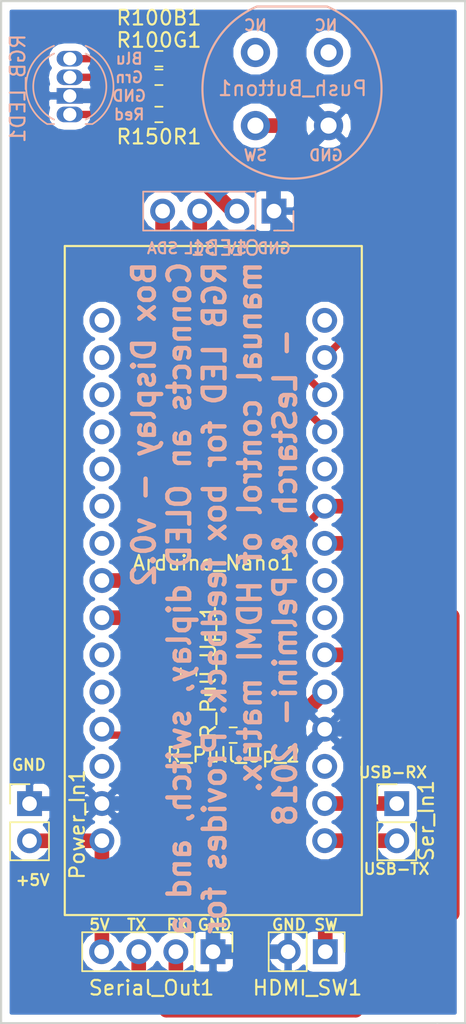
<source format=kicad_pcb>
(kicad_pcb (version 4) (host pcbnew 4.0.7-e2-6376~58~ubuntu16.04.1)

  (general
    (links 29)
    (no_connects 1)
    (area 132.444286 63.439 165.810001 135.330001)
    (thickness 1.6)
    (drawings 30)
    (tracks 107)
    (zones 0)
    (modules 13)
    (nets 32)
  )

  (page A4)
  (layers
    (0 F.Cu signal hide)
    (31 B.Cu signal hide)
    (32 B.Adhes user)
    (33 F.Adhes user hide)
    (34 B.Paste user)
    (35 F.Paste user)
    (36 B.SilkS user)
    (37 F.SilkS user hide)
    (38 B.Mask user)
    (39 F.Mask user)
    (40 Dwgs.User user)
    (41 Cmts.User user)
    (42 Eco1.User user)
    (43 Eco2.User user)
    (44 Edge.Cuts user)
    (45 Margin user)
    (46 B.CrtYd user)
    (47 F.CrtYd user)
    (48 B.Fab user)
    (49 F.Fab user)
  )

  (setup
    (last_trace_width 0.25)
    (user_trace_width 0.25)
    (user_trace_width 0.5)
    (user_trace_width 1)
    (user_trace_width 1.7)
    (trace_clearance 0.2)
    (zone_clearance 0.508)
    (zone_45_only no)
    (trace_min 0.2)
    (segment_width 0.2)
    (edge_width 0.15)
    (via_size 0.6)
    (via_drill 0.4)
    (via_min_size 0.4)
    (via_min_drill 0.3)
    (user_via 0.5 0.3)
    (user_via 1 0.5)
    (user_via 1.7 0.5)
    (uvia_size 0.3)
    (uvia_drill 0.1)
    (uvias_allowed no)
    (uvia_min_size 0.2)
    (uvia_min_drill 0.1)
    (pcb_text_width 0.3)
    (pcb_text_size 1.5 1.5)
    (mod_edge_width 0.15)
    (mod_text_size 1 1)
    (mod_text_width 0.15)
    (pad_size 1.524 1.524)
    (pad_drill 0.762)
    (pad_to_mask_clearance 0.2)
    (aux_axis_origin 0 0)
    (visible_elements FFFECE69)
    (pcbplotparams
      (layerselection 0x00030_80000001)
      (usegerberextensions false)
      (excludeedgelayer true)
      (linewidth 0.100000)
      (plotframeref false)
      (viasonmask false)
      (mode 1)
      (useauxorigin false)
      (hpglpennumber 1)
      (hpglpenspeed 20)
      (hpglpendiameter 15)
      (hpglpenoverlay 2)
      (psnegative false)
      (psa4output false)
      (plotreference true)
      (plotvalue true)
      (plotinvisibletext false)
      (padsonsilk false)
      (subtractmaskfromsilk false)
      (outputformat 1)
      (mirror false)
      (drillshape 1)
      (scaleselection 1)
      (outputdirectory ""))
  )

  (net 0 "")
  (net 1 GND)
  (net 2 +5V)
  (net 3 "Net-(Arduino_Nano1-PadTX1)")
  (net 4 "Net-(Arduino_Nano1-PadRX0)")
  (net 5 "Net-(Arduino_Nano1-PadRST)")
  (net 6 "Net-(Arduino_Nano1-PadD2)")
  (net 7 "Net-(Arduino_Nano1-PadD3)")
  (net 8 "Net-(Arduino_Nano1-PadD4)")
  (net 9 "Net-(Arduino_Nano1-PadD5)")
  (net 10 "Net-(Arduino_Nano1-PadD6)")
  (net 11 "Net-(Arduino_Nano1-PadD7)")
  (net 12 "Net-(Arduino_Nano1-PadD8)")
  (net 13 "Net-(Arduino_Nano1-PadD9)")
  (net 14 "Net-(Arduino_Nano1-PadD10)")
  (net 15 "Net-(Arduino_Nano1-PadD11)")
  (net 16 "Net-(Arduino_Nano1-PadD12)")
  (net 17 "Net-(Arduino_Nano1-Pad5V)")
  (net 18 "Net-(Arduino_Nano1-PadA7)")
  (net 19 "Net-(Arduino_Nano1-PadA6)")
  (net 20 "Net-(Arduino_Nano1-PadA5)")
  (net 21 "Net-(Arduino_Nano1-PadA4)")
  (net 22 "Net-(Arduino_Nano1-PadA3)")
  (net 23 "Net-(Arduino_Nano1-PadA2)")
  (net 24 "Net-(Arduino_Nano1-PadA1)")
  (net 25 "Net-(Arduino_Nano1-PadA0)")
  (net 26 "Net-(Arduino_Nano1-PadREF)")
  (net 27 "Net-(Arduino_Nano1-Pad3.3V)")
  (net 28 "Net-(Arduino_Nano1-PadD13)")
  (net 29 "Net-(R100B1-Pad1)")
  (net 30 "Net-(R100G1-Pad1)")
  (net 31 "Net-(R150R1-Pad1)")

  (net_class Default "This is the default net class."
    (clearance 0.2)
    (trace_width 0.25)
    (via_dia 0.6)
    (via_drill 0.4)
    (uvia_dia 0.3)
    (uvia_drill 0.1)
    (add_net +5V)
    (add_net GND)
    (add_net "Net-(Arduino_Nano1-Pad3.3V)")
    (add_net "Net-(Arduino_Nano1-Pad5V)")
    (add_net "Net-(Arduino_Nano1-PadA0)")
    (add_net "Net-(Arduino_Nano1-PadA1)")
    (add_net "Net-(Arduino_Nano1-PadA2)")
    (add_net "Net-(Arduino_Nano1-PadA3)")
    (add_net "Net-(Arduino_Nano1-PadA4)")
    (add_net "Net-(Arduino_Nano1-PadA5)")
    (add_net "Net-(Arduino_Nano1-PadA6)")
    (add_net "Net-(Arduino_Nano1-PadA7)")
    (add_net "Net-(Arduino_Nano1-PadD10)")
    (add_net "Net-(Arduino_Nano1-PadD11)")
    (add_net "Net-(Arduino_Nano1-PadD12)")
    (add_net "Net-(Arduino_Nano1-PadD13)")
    (add_net "Net-(Arduino_Nano1-PadD2)")
    (add_net "Net-(Arduino_Nano1-PadD3)")
    (add_net "Net-(Arduino_Nano1-PadD4)")
    (add_net "Net-(Arduino_Nano1-PadD5)")
    (add_net "Net-(Arduino_Nano1-PadD6)")
    (add_net "Net-(Arduino_Nano1-PadD7)")
    (add_net "Net-(Arduino_Nano1-PadD8)")
    (add_net "Net-(Arduino_Nano1-PadD9)")
    (add_net "Net-(Arduino_Nano1-PadREF)")
    (add_net "Net-(Arduino_Nano1-PadRST)")
    (add_net "Net-(Arduino_Nano1-PadRX0)")
    (add_net "Net-(Arduino_Nano1-PadTX1)")
    (add_net "Net-(R100B1-Pad1)")
    (add_net "Net-(R100G1-Pad1)")
    (add_net "Net-(R150R1-Pad1)")
  )

  (module Resistors_SMD:R_0402 (layer F.Cu) (tedit 5C04829D) (tstamp 5BDE9F1E)
    (at 149.86 115.57 180)
    (descr "Resistor SMD 0402, reflow soldering, Vishay (see dcrcw.pdf)")
    (tags "resistor 0402")
    (path /5BDE6EF8)
    (attr smd)
    (fp_text reference R_Pull_Up_2 (at 0 -1.35 180) (layer F.SilkS)
      (effects (font (size 1 1) (thickness 0.15)))
    )
    (fp_text value R (at 0 1.45 180) (layer F.Fab)
      (effects (font (size 1 1) (thickness 0.15)))
    )
    (fp_text user %R (at 0 -1.35 180) (layer F.Fab)
      (effects (font (size 1 1) (thickness 0.15)))
    )
    (fp_line (start -0.5 0.25) (end -0.5 -0.25) (layer F.Fab) (width 0.1))
    (fp_line (start 0.5 0.25) (end -0.5 0.25) (layer F.Fab) (width 0.1))
    (fp_line (start 0.5 -0.25) (end 0.5 0.25) (layer F.Fab) (width 0.1))
    (fp_line (start -0.5 -0.25) (end 0.5 -0.25) (layer F.Fab) (width 0.1))
    (fp_line (start 0.25 -0.53) (end -0.25 -0.53) (layer F.SilkS) (width 0.12))
    (fp_line (start -0.25 0.53) (end 0.25 0.53) (layer F.SilkS) (width 0.12))
    (fp_line (start -0.8 -0.45) (end 0.8 -0.45) (layer F.CrtYd) (width 0.05))
    (fp_line (start -0.8 -0.45) (end -0.8 0.45) (layer F.CrtYd) (width 0.05))
    (fp_line (start 0.8 0.45) (end 0.8 -0.45) (layer F.CrtYd) (width 0.05))
    (fp_line (start 0.8 0.45) (end -0.8 0.45) (layer F.CrtYd) (width 0.05))
    (pad 1 smd rect (at -0.45 0 180) (size 0.4 0.6) (layers F.Cu F.Paste F.Mask)
      (net 6 "Net-(Arduino_Nano1-PadD2)"))
    (pad 2 smd rect (at 0.45 0 180) (size 0.4 0.6) (layers F.Cu F.Paste F.Mask)
      (net 17 "Net-(Arduino_Nano1-Pad5V)"))
    (model ${KISYS3DMOD}/Resistors_SMD.3dshapes/R_0402.wrl
      (at (xyz 0 0 0))
      (scale (xyz 1 1 1))
      (rotate (xyz 0 0 0))
    )
  )

  (module Resistors_SMD:R_0402 (layer F.Cu) (tedit 5C0482B5) (tstamp 5BDE9F24)
    (at 146.812 111.252 270)
    (descr "Resistor SMD 0402, reflow soldering, Vishay (see dcrcw.pdf)")
    (tags "resistor 0402")
    (path /5BDEBE0A)
    (attr smd)
    (fp_text reference R_Pull_Up_1 (at 0 -1.35 270) (layer F.SilkS)
      (effects (font (size 1 1) (thickness 0.15)))
    )
    (fp_text value R (at 0 1.45 270) (layer F.Fab)
      (effects (font (size 1 1) (thickness 0.15)))
    )
    (fp_text user %R (at 0 -1.35 270) (layer F.Fab)
      (effects (font (size 1 1) (thickness 0.15)))
    )
    (fp_line (start -0.5 0.25) (end -0.5 -0.25) (layer F.Fab) (width 0.1))
    (fp_line (start 0.5 0.25) (end -0.5 0.25) (layer F.Fab) (width 0.1))
    (fp_line (start 0.5 -0.25) (end 0.5 0.25) (layer F.Fab) (width 0.1))
    (fp_line (start -0.5 -0.25) (end 0.5 -0.25) (layer F.Fab) (width 0.1))
    (fp_line (start 0.25 -0.53) (end -0.25 -0.53) (layer F.SilkS) (width 0.12))
    (fp_line (start -0.25 0.53) (end 0.25 0.53) (layer F.SilkS) (width 0.12))
    (fp_line (start -0.8 -0.45) (end 0.8 -0.45) (layer F.CrtYd) (width 0.05))
    (fp_line (start -0.8 -0.45) (end -0.8 0.45) (layer F.CrtYd) (width 0.05))
    (fp_line (start 0.8 0.45) (end 0.8 -0.45) (layer F.CrtYd) (width 0.05))
    (fp_line (start 0.8 0.45) (end -0.8 0.45) (layer F.CrtYd) (width 0.05))
    (pad 1 smd rect (at -0.45 0 270) (size 0.4 0.6) (layers F.Cu F.Paste F.Mask)
      (net 11 "Net-(Arduino_Nano1-PadD7)"))
    (pad 2 smd rect (at 0.45 0 270) (size 0.4 0.6) (layers F.Cu F.Paste F.Mask)
      (net 17 "Net-(Arduino_Nano1-Pad5V)"))
    (model ${KISYS3DMOD}/Resistors_SMD.3dshapes/R_0402.wrl
      (at (xyz 0 0 0))
      (scale (xyz 1 1 1))
      (rotate (xyz 0 0 0))
    )
  )

  (module Resistors_SMD:R_0402 (layer F.Cu) (tedit 5C048307) (tstamp 5BDEB45A)
    (at 144.78 69.342)
    (descr "Resistor SMD 0402, reflow soldering, Vishay (see dcrcw.pdf)")
    (tags "resistor 0402")
    (path /5BDEBFC8)
    (attr smd)
    (fp_text reference R100B1 (at 0 -2.794) (layer F.SilkS)
      (effects (font (size 1 1) (thickness 0.15)))
    )
    (fp_text value R100 (at 0.127 -1.651) (layer F.Fab)
      (effects (font (size 1 1) (thickness 0.15)))
    )
    (fp_text user %R (at 0 -2.794) (layer F.Fab)
      (effects (font (size 1 1) (thickness 0.15)))
    )
    (fp_line (start -0.5 0.25) (end -0.5 -0.25) (layer F.Fab) (width 0.1))
    (fp_line (start 0.5 0.25) (end -0.5 0.25) (layer F.Fab) (width 0.1))
    (fp_line (start 0.5 -0.25) (end 0.5 0.25) (layer F.Fab) (width 0.1))
    (fp_line (start -0.5 -0.25) (end 0.5 -0.25) (layer F.Fab) (width 0.1))
    (fp_line (start 0.25 -0.53) (end -0.25 -0.53) (layer F.SilkS) (width 0.12))
    (fp_line (start -0.25 0.53) (end 0.25 0.53) (layer F.SilkS) (width 0.12))
    (fp_line (start -0.8 -0.45) (end 0.8 -0.45) (layer F.CrtYd) (width 0.05))
    (fp_line (start -0.8 -0.45) (end -0.8 0.45) (layer F.CrtYd) (width 0.05))
    (fp_line (start 0.8 0.45) (end 0.8 -0.45) (layer F.CrtYd) (width 0.05))
    (fp_line (start 0.8 0.45) (end -0.8 0.45) (layer F.CrtYd) (width 0.05))
    (pad 1 smd rect (at -0.45 0) (size 0.4 0.6) (layers F.Cu F.Paste F.Mask)
      (net 29 "Net-(R100B1-Pad1)"))
    (pad 2 smd rect (at 0.45 0) (size 0.4 0.6) (layers F.Cu F.Paste F.Mask)
      (net 15 "Net-(Arduino_Nano1-PadD11)"))
    (model ${KISYS3DMOD}/Resistors_SMD.3dshapes/R_0402.wrl
      (at (xyz 0 0 0))
      (scale (xyz 1 1 1))
      (rotate (xyz 0 0 0))
    )
  )

  (module Resistors_SMD:R_0402 (layer F.Cu) (tedit 5C0482FC) (tstamp 5BDEB460)
    (at 144.78 70.612)
    (descr "Resistor SMD 0402, reflow soldering, Vishay (see dcrcw.pdf)")
    (tags "resistor 0402")
    (path /5BDEC040)
    (attr smd)
    (fp_text reference R100G1 (at 0 -2.54) (layer F.SilkS)
      (effects (font (size 1 1) (thickness 0.15)))
    )
    (fp_text value R100 (at 0.127 -4.318) (layer F.Fab)
      (effects (font (size 1 1) (thickness 0.15)))
    )
    (fp_text user %R (at 0 -2.54) (layer F.Fab)
      (effects (font (size 1 1) (thickness 0.15)))
    )
    (fp_line (start -0.5 0.25) (end -0.5 -0.25) (layer F.Fab) (width 0.1))
    (fp_line (start 0.5 0.25) (end -0.5 0.25) (layer F.Fab) (width 0.1))
    (fp_line (start 0.5 -0.25) (end 0.5 0.25) (layer F.Fab) (width 0.1))
    (fp_line (start -0.5 -0.25) (end 0.5 -0.25) (layer F.Fab) (width 0.1))
    (fp_line (start 0.25 -0.53) (end -0.25 -0.53) (layer F.SilkS) (width 0.12))
    (fp_line (start -0.25 0.53) (end 0.25 0.53) (layer F.SilkS) (width 0.12))
    (fp_line (start -0.8 -0.45) (end 0.8 -0.45) (layer F.CrtYd) (width 0.05))
    (fp_line (start -0.8 -0.45) (end -0.8 0.45) (layer F.CrtYd) (width 0.05))
    (fp_line (start 0.8 0.45) (end 0.8 -0.45) (layer F.CrtYd) (width 0.05))
    (fp_line (start 0.8 0.45) (end -0.8 0.45) (layer F.CrtYd) (width 0.05))
    (pad 1 smd rect (at -0.45 0) (size 0.4 0.6) (layers F.Cu F.Paste F.Mask)
      (net 30 "Net-(R100G1-Pad1)"))
    (pad 2 smd rect (at 0.45 0) (size 0.4 0.6) (layers F.Cu F.Paste F.Mask)
      (net 14 "Net-(Arduino_Nano1-PadD10)"))
    (model ${KISYS3DMOD}/Resistors_SMD.3dshapes/R_0402.wrl
      (at (xyz 0 0 0))
      (scale (xyz 1 1 1))
      (rotate (xyz 0 0 0))
    )
  )

  (module Resistors_SMD:R_0402 (layer F.Cu) (tedit 5C0482E1) (tstamp 5BDEB466)
    (at 144.78 73.152)
    (descr "Resistor SMD 0402, reflow soldering, Vishay (see dcrcw.pdf)")
    (tags "resistor 0402")
    (path /5BDEC087)
    (attr smd)
    (fp_text reference R150R1 (at 0 1.524) (layer F.SilkS)
      (effects (font (size 1 1) (thickness 0.15)))
    )
    (fp_text value R150 (at 0 1.45) (layer F.Fab)
      (effects (font (size 1 1) (thickness 0.15)))
    )
    (fp_text user %R (at 0 1.524) (layer F.Fab)
      (effects (font (size 1 1) (thickness 0.15)))
    )
    (fp_line (start -0.5 0.25) (end -0.5 -0.25) (layer F.Fab) (width 0.1))
    (fp_line (start 0.5 0.25) (end -0.5 0.25) (layer F.Fab) (width 0.1))
    (fp_line (start 0.5 -0.25) (end 0.5 0.25) (layer F.Fab) (width 0.1))
    (fp_line (start -0.5 -0.25) (end 0.5 -0.25) (layer F.Fab) (width 0.1))
    (fp_line (start 0.25 -0.53) (end -0.25 -0.53) (layer F.SilkS) (width 0.12))
    (fp_line (start -0.25 0.53) (end 0.25 0.53) (layer F.SilkS) (width 0.12))
    (fp_line (start -0.8 -0.45) (end 0.8 -0.45) (layer F.CrtYd) (width 0.05))
    (fp_line (start -0.8 -0.45) (end -0.8 0.45) (layer F.CrtYd) (width 0.05))
    (fp_line (start 0.8 0.45) (end 0.8 -0.45) (layer F.CrtYd) (width 0.05))
    (fp_line (start 0.8 0.45) (end -0.8 0.45) (layer F.CrtYd) (width 0.05))
    (pad 1 smd rect (at -0.45 0) (size 0.4 0.6) (layers F.Cu F.Paste F.Mask)
      (net 31 "Net-(R150R1-Pad1)"))
    (pad 2 smd rect (at 0.45 0) (size 0.4 0.6) (layers F.Cu F.Paste F.Mask)
      (net 13 "Net-(Arduino_Nano1-PadD9)"))
    (model ${KISYS3DMOD}/Resistors_SMD.3dshapes/R_0402.wrl
      (at (xyz 0 0 0))
      (scale (xyz 1 1 1))
      (rotate (xyz 0 0 0))
    )
  )

  (module Pin_Headers:Pin_Header_Straight_1x02_Pitch2.54mm (layer F.Cu) (tedit 5C04827C) (tstamp 5BDEB495)
    (at 161.05 120.25)
    (descr "Through hole straight pin header, 1x02, 2.54mm pitch, single row")
    (tags "Through hole pin header THT 1x02 2.54mm single row")
    (path /5BDE7393)
    (fp_text reference Ser_In1 (at 2.018 1.162 90) (layer F.SilkS)
      (effects (font (size 1 1) (thickness 0.15)))
    )
    (fp_text value "Serial In" (at 0 4.87) (layer F.Fab)
      (effects (font (size 1 1) (thickness 0.15)))
    )
    (fp_line (start -0.635 -1.27) (end 1.27 -1.27) (layer F.Fab) (width 0.1))
    (fp_line (start 1.27 -1.27) (end 1.27 3.81) (layer F.Fab) (width 0.1))
    (fp_line (start 1.27 3.81) (end -1.27 3.81) (layer F.Fab) (width 0.1))
    (fp_line (start -1.27 3.81) (end -1.27 -0.635) (layer F.Fab) (width 0.1))
    (fp_line (start -1.27 -0.635) (end -0.635 -1.27) (layer F.Fab) (width 0.1))
    (fp_line (start -1.33 3.87) (end 1.33 3.87) (layer F.SilkS) (width 0.12))
    (fp_line (start -1.33 1.27) (end -1.33 3.87) (layer F.SilkS) (width 0.12))
    (fp_line (start 1.33 1.27) (end 1.33 3.87) (layer F.SilkS) (width 0.12))
    (fp_line (start -1.33 1.27) (end 1.33 1.27) (layer F.SilkS) (width 0.12))
    (fp_line (start -1.33 0) (end -1.33 -1.33) (layer F.SilkS) (width 0.12))
    (fp_line (start -1.33 -1.33) (end 0 -1.33) (layer F.SilkS) (width 0.12))
    (fp_line (start -1.8 -1.8) (end -1.8 4.35) (layer F.CrtYd) (width 0.05))
    (fp_line (start -1.8 4.35) (end 1.8 4.35) (layer F.CrtYd) (width 0.05))
    (fp_line (start 1.8 4.35) (end 1.8 -1.8) (layer F.CrtYd) (width 0.05))
    (fp_line (start 1.8 -1.8) (end -1.8 -1.8) (layer F.CrtYd) (width 0.05))
    (fp_text user %R (at 0 1.27 90) (layer F.Fab)
      (effects (font (size 1 1) (thickness 0.15)))
    )
    (pad 1 thru_hole rect (at 0 0) (size 1.7 1.7) (drill 1) (layers *.Cu *.Mask)
      (net 4 "Net-(Arduino_Nano1-PadRX0)"))
    (pad 2 thru_hole oval (at 0 2.54) (size 1.7 1.7) (drill 1) (layers *.Cu *.Mask)
      (net 3 "Net-(Arduino_Nano1-PadTX1)"))
    (model ${KISYS3DMOD}/Pin_Headers.3dshapes/Pin_Header_Straight_1x02_Pitch2.54mm.wrl
      (at (xyz 0 0 0))
      (scale (xyz 1 1 1))
      (rotate (xyz 0 0 0))
    )
  )

  (module Pin_Headers:Pin_Header_Straight_1x02_Pitch2.54mm (layer F.Cu) (tedit 5C048188) (tstamp 5BDEB49A)
    (at 135.93 120.25)
    (descr "Through hole straight pin header, 1x02, 2.54mm pitch, single row")
    (tags "Through hole pin header THT 1x02 2.54mm single row")
    (path /5BDE782D)
    (fp_text reference Power_In1 (at 3.262 1.416 90) (layer F.SilkS)
      (effects (font (size 1 1) (thickness 0.15)))
    )
    (fp_text value "Power In" (at 0 4.87) (layer F.Fab)
      (effects (font (size 1 1) (thickness 0.15)))
    )
    (fp_line (start -0.635 -1.27) (end 1.27 -1.27) (layer F.Fab) (width 0.1))
    (fp_line (start 1.27 -1.27) (end 1.27 3.81) (layer F.Fab) (width 0.1))
    (fp_line (start 1.27 3.81) (end -1.27 3.81) (layer F.Fab) (width 0.1))
    (fp_line (start -1.27 3.81) (end -1.27 -0.635) (layer F.Fab) (width 0.1))
    (fp_line (start -1.27 -0.635) (end -0.635 -1.27) (layer F.Fab) (width 0.1))
    (fp_line (start -1.33 3.87) (end 1.33 3.87) (layer F.SilkS) (width 0.12))
    (fp_line (start -1.33 1.27) (end -1.33 3.87) (layer F.SilkS) (width 0.12))
    (fp_line (start 1.33 1.27) (end 1.33 3.87) (layer F.SilkS) (width 0.12))
    (fp_line (start -1.33 1.27) (end 1.33 1.27) (layer F.SilkS) (width 0.12))
    (fp_line (start -1.33 0) (end -1.33 -1.33) (layer F.SilkS) (width 0.12))
    (fp_line (start -1.33 -1.33) (end 0 -1.33) (layer F.SilkS) (width 0.12))
    (fp_line (start -1.8 -1.8) (end -1.8 4.35) (layer F.CrtYd) (width 0.05))
    (fp_line (start -1.8 4.35) (end 1.8 4.35) (layer F.CrtYd) (width 0.05))
    (fp_line (start 1.8 4.35) (end 1.8 -1.8) (layer F.CrtYd) (width 0.05))
    (fp_line (start 1.8 -1.8) (end -1.8 -1.8) (layer F.CrtYd) (width 0.05))
    (fp_text user %R (at 0 1.27 90) (layer F.Fab)
      (effects (font (size 1 1) (thickness 0.15)))
    )
    (pad 1 thru_hole rect (at 0 0) (size 1.7 1.7) (drill 1) (layers *.Cu *.Mask)
      (net 1 GND))
    (pad 2 thru_hole oval (at 0 2.54) (size 1.7 1.7) (drill 1) (layers *.Cu *.Mask)
      (net 2 +5V))
    (model ${KISYS3DMOD}/Pin_Headers.3dshapes/Pin_Header_Straight_1x02_Pitch2.54mm.wrl
      (at (xyz 0 0 0))
      (scale (xyz 1 1 1))
      (rotate (xyz 0 0 0))
    )
  )

  (module Pin_Headers:Pin_Header_Straight_1x04_Pitch2.54mm (layer F.Cu) (tedit 5C048254) (tstamp 5BDEB49F)
    (at 148.48 130.37 270)
    (descr "Through hole straight pin header, 1x04, 2.54mm pitch, single row")
    (tags "Through hole pin header THT 1x04 2.54mm single row")
    (path /5BDE7CE5)
    (fp_text reference Serial_Out1 (at 2.472 4.208 360) (layer F.SilkS)
      (effects (font (size 1 1) (thickness 0.15)))
    )
    (fp_text value "Serial Out" (at 0 9.95 270) (layer F.Fab)
      (effects (font (size 1 1) (thickness 0.15)))
    )
    (fp_line (start -0.635 -1.27) (end 1.27 -1.27) (layer F.Fab) (width 0.1))
    (fp_line (start 1.27 -1.27) (end 1.27 8.89) (layer F.Fab) (width 0.1))
    (fp_line (start 1.27 8.89) (end -1.27 8.89) (layer F.Fab) (width 0.1))
    (fp_line (start -1.27 8.89) (end -1.27 -0.635) (layer F.Fab) (width 0.1))
    (fp_line (start -1.27 -0.635) (end -0.635 -1.27) (layer F.Fab) (width 0.1))
    (fp_line (start -1.33 8.95) (end 1.33 8.95) (layer F.SilkS) (width 0.12))
    (fp_line (start -1.33 1.27) (end -1.33 8.95) (layer F.SilkS) (width 0.12))
    (fp_line (start 1.33 1.27) (end 1.33 8.95) (layer F.SilkS) (width 0.12))
    (fp_line (start -1.33 1.27) (end 1.33 1.27) (layer F.SilkS) (width 0.12))
    (fp_line (start -1.33 0) (end -1.33 -1.33) (layer F.SilkS) (width 0.12))
    (fp_line (start -1.33 -1.33) (end 0 -1.33) (layer F.SilkS) (width 0.12))
    (fp_line (start -1.8 -1.8) (end -1.8 9.4) (layer F.CrtYd) (width 0.05))
    (fp_line (start -1.8 9.4) (end 1.8 9.4) (layer F.CrtYd) (width 0.05))
    (fp_line (start 1.8 9.4) (end 1.8 -1.8) (layer F.CrtYd) (width 0.05))
    (fp_line (start 1.8 -1.8) (end -1.8 -1.8) (layer F.CrtYd) (width 0.05))
    (fp_text user %R (at 0 3.81 360) (layer F.Fab)
      (effects (font (size 1 1) (thickness 0.15)))
    )
    (pad 1 thru_hole rect (at 0 0 270) (size 1.7 1.7) (drill 1) (layers *.Cu *.Mask)
      (net 1 GND))
    (pad 2 thru_hole oval (at 0 2.54 270) (size 1.7 1.7) (drill 1) (layers *.Cu *.Mask)
      (net 7 "Net-(Arduino_Nano1-PadD3)"))
    (pad 3 thru_hole oval (at 0 5.08 270) (size 1.7 1.7) (drill 1) (layers *.Cu *.Mask)
      (net 10 "Net-(Arduino_Nano1-PadD6)"))
    (pad 4 thru_hole oval (at 0 7.62 270) (size 1.7 1.7) (drill 1) (layers *.Cu *.Mask)
      (net 2 +5V))
    (model ${KISYS3DMOD}/Pin_Headers.3dshapes/Pin_Header_Straight_1x04_Pitch2.54mm.wrl
      (at (xyz 0 0 0))
      (scale (xyz 1 1 1))
      (rotate (xyz 0 0 0))
    )
  )

  (module Pin_Headers:Pin_Header_Straight_1x04_Pitch2.54mm (layer B.Cu) (tedit 5C048330) (tstamp 5BDEB4A6)
    (at 152.654 79.756 90)
    (descr "Through hole straight pin header, 1x04, 2.54mm pitch, single row")
    (tags "Through hole pin header THT 1x04 2.54mm single row")
    (path /5BDEA16E)
    (fp_text reference OLED1 (at -2.53 -3.336 180) (layer B.SilkS)
      (effects (font (size 1 1) (thickness 0.15)) (justify mirror))
    )
    (fp_text value "I2C Out" (at 0 -9.95 90) (layer B.Fab)
      (effects (font (size 1 1) (thickness 0.15)) (justify mirror))
    )
    (fp_line (start -0.635 1.27) (end 1.27 1.27) (layer B.Fab) (width 0.1))
    (fp_line (start 1.27 1.27) (end 1.27 -8.89) (layer B.Fab) (width 0.1))
    (fp_line (start 1.27 -8.89) (end -1.27 -8.89) (layer B.Fab) (width 0.1))
    (fp_line (start -1.27 -8.89) (end -1.27 0.635) (layer B.Fab) (width 0.1))
    (fp_line (start -1.27 0.635) (end -0.635 1.27) (layer B.Fab) (width 0.1))
    (fp_line (start -1.33 -8.95) (end 1.33 -8.95) (layer B.SilkS) (width 0.12))
    (fp_line (start -1.33 -1.27) (end -1.33 -8.95) (layer B.SilkS) (width 0.12))
    (fp_line (start 1.33 -1.27) (end 1.33 -8.95) (layer B.SilkS) (width 0.12))
    (fp_line (start -1.33 -1.27) (end 1.33 -1.27) (layer B.SilkS) (width 0.12))
    (fp_line (start -1.33 0) (end -1.33 1.33) (layer B.SilkS) (width 0.12))
    (fp_line (start -1.33 1.33) (end 0 1.33) (layer B.SilkS) (width 0.12))
    (fp_line (start -1.8 1.8) (end -1.8 -9.4) (layer B.CrtYd) (width 0.05))
    (fp_line (start -1.8 -9.4) (end 1.8 -9.4) (layer B.CrtYd) (width 0.05))
    (fp_line (start 1.8 -9.4) (end 1.8 1.8) (layer B.CrtYd) (width 0.05))
    (fp_line (start 1.8 1.8) (end -1.8 1.8) (layer B.CrtYd) (width 0.05))
    (fp_text user %R (at 0 -3.81 360) (layer B.Fab)
      (effects (font (size 1 1) (thickness 0.15)) (justify mirror))
    )
    (pad 1 thru_hole rect (at 0 0 90) (size 1.7 1.7) (drill 1) (layers *.Cu *.Mask)
      (net 1 GND))
    (pad 2 thru_hole oval (at 0 -2.54 90) (size 1.7 1.7) (drill 1) (layers *.Cu *.Mask)
      (net 2 +5V))
    (pad 3 thru_hole oval (at 0 -5.08 90) (size 1.7 1.7) (drill 1) (layers *.Cu *.Mask)
      (net 20 "Net-(Arduino_Nano1-PadA5)"))
    (pad 4 thru_hole oval (at 0 -7.62 90) (size 1.7 1.7) (drill 1) (layers *.Cu *.Mask)
      (net 21 "Net-(Arduino_Nano1-PadA4)"))
    (model ${KISYS3DMOD}/Pin_Headers.3dshapes/Pin_Header_Straight_1x04_Pitch2.54mm.wrl
      (at (xyz 0 0 0))
      (scale (xyz 1 1 1))
      (rotate (xyz 0 0 0))
    )
  )

  (module Pin_Headers:Pin_Header_Straight_1x02_Pitch2.54mm (layer F.Cu) (tedit 5C048269) (tstamp 5BDEB4AD)
    (at 156.16 130.37 270)
    (descr "Through hole straight pin header, 1x02, 2.54mm pitch, single row")
    (tags "Through hole pin header THT 1x02 2.54mm single row")
    (path /5BDEB665)
    (fp_text reference HDMI_SW1 (at 2.472 1.22 360) (layer F.SilkS)
      (effects (font (size 1 1) (thickness 0.15)))
    )
    (fp_text value "HDMI Switch" (at 0 4.87 270) (layer F.Fab)
      (effects (font (size 1 1) (thickness 0.15)))
    )
    (fp_line (start -0.635 -1.27) (end 1.27 -1.27) (layer F.Fab) (width 0.1))
    (fp_line (start 1.27 -1.27) (end 1.27 3.81) (layer F.Fab) (width 0.1))
    (fp_line (start 1.27 3.81) (end -1.27 3.81) (layer F.Fab) (width 0.1))
    (fp_line (start -1.27 3.81) (end -1.27 -0.635) (layer F.Fab) (width 0.1))
    (fp_line (start -1.27 -0.635) (end -0.635 -1.27) (layer F.Fab) (width 0.1))
    (fp_line (start -1.33 3.87) (end 1.33 3.87) (layer F.SilkS) (width 0.12))
    (fp_line (start -1.33 1.27) (end -1.33 3.87) (layer F.SilkS) (width 0.12))
    (fp_line (start 1.33 1.27) (end 1.33 3.87) (layer F.SilkS) (width 0.12))
    (fp_line (start -1.33 1.27) (end 1.33 1.27) (layer F.SilkS) (width 0.12))
    (fp_line (start -1.33 0) (end -1.33 -1.33) (layer F.SilkS) (width 0.12))
    (fp_line (start -1.33 -1.33) (end 0 -1.33) (layer F.SilkS) (width 0.12))
    (fp_line (start -1.8 -1.8) (end -1.8 4.35) (layer F.CrtYd) (width 0.05))
    (fp_line (start -1.8 4.35) (end 1.8 4.35) (layer F.CrtYd) (width 0.05))
    (fp_line (start 1.8 4.35) (end 1.8 -1.8) (layer F.CrtYd) (width 0.05))
    (fp_line (start 1.8 -1.8) (end -1.8 -1.8) (layer F.CrtYd) (width 0.05))
    (fp_text user %R (at 0 1.27 360) (layer F.Fab)
      (effects (font (size 1 1) (thickness 0.15)))
    )
    (pad 1 thru_hole rect (at 0 0 270) (size 1.7 1.7) (drill 1) (layers *.Cu *.Mask)
      (net 6 "Net-(Arduino_Nano1-PadD2)"))
    (pad 2 thru_hole oval (at 0 2.54 270) (size 1.7 1.7) (drill 1) (layers *.Cu *.Mask)
      (net 1 GND))
    (model ${KISYS3DMOD}/Pin_Headers.3dshapes/Pin_Header_Straight_1x02_Pitch2.54mm.wrl
      (at (xyz 0 0 0))
      (scale (xyz 1 1 1))
      (rotate (xyz 0 0 0))
    )
  )

  (module Buttons_Switches_THT:Push_E-Switch_KS01Q01 (layer B.Cu) (tedit 5C048357) (tstamp 5BDF3908)
    (at 151.384 73.914)
    (descr "E-Switch KS01Q01 http://spec_sheets.e-switch.com/specs/29-KS01Q01.pdf")
    (tags "Push Button")
    (path /5BDF3876)
    (fp_text reference Push_Button1 (at 2.54 -2.54) (layer B.SilkS)
      (effects (font (size 1 1) (thickness 0.15)) (justify mirror))
    )
    (fp_text value SW_SPST (at 2.5 -9.5) (layer B.Fab)
      (effects (font (size 1 1) (thickness 0.15)) (justify mirror))
    )
    (fp_line (start 0.04 -8.39) (end 5.06 -8.39) (layer B.CrtYd) (width 0.05))
    (fp_arc (start 2.55 -2.5) (end 0.04 -8.39) (angle -313.8378348) (layer B.CrtYd) (width 0.05))
    (fp_line (start 0.11 -8) (end 4.89 -8) (layer B.Fab) (width 0.1))
    (fp_arc (start 2.5 -2.5) (end 0.11 -8) (angle -313) (layer B.Fab) (width 0.1))
    (fp_text user %R (at 2.5 -2.5) (layer B.Fab)
      (effects (font (size 1 1) (thickness 0.15)) (justify mirror))
    )
    (fp_line (start 4.89 -8.14) (end 0.11 -8.14) (layer B.SilkS) (width 0.15))
    (fp_arc (start 2.5 -2.5) (end 0.11 -8.14) (angle -314) (layer B.SilkS) (width 0.15))
    (pad 1 thru_hole circle (at 0 0) (size 2 2) (drill 1.1) (layers *.Cu *.Mask)
      (net 11 "Net-(Arduino_Nano1-PadD7)"))
    (pad 2 thru_hole circle (at 5 0) (size 2 2) (drill 1.1) (layers *.Cu *.Mask)
      (net 1 GND))
    (pad 4 thru_hole circle (at 5 -5) (size 2 2) (drill 1.1) (layers *.Cu *.Mask))
    (pad 3 thru_hole circle (at 0 -5) (size 2 2) (drill 1.1) (layers *.Cu *.Mask))
    (model ${KISYS3DMOD}/Buttons_Switches_THT.3dshapes/Push_E-Switch_KS01Q01.wrl
      (at (xyz 0.1 -0.1 0))
      (scale (xyz 1 1 1))
      (rotate (xyz 0 0 0))
    )
  )

  (module Nano:LED_D5.0mm-RGPC (layer B.Cu) (tedit 5C04833E) (tstamp 5BDF7587)
    (at 138.684 73.152 90)
    (descr "LED, diameter 5.0mm, 2 pins, diameter 5.0mm, 3 pins, diameter 5.0mm, 4 pins, http://www.kingbright.com/attachments/file/psearch/000/00/00/L-154A4SUREQBFZGEW(Ver.9A).pdf")
    (tags "LED diameter 5.0mm 2 pins diameter 5.0mm 3 pins diameter 5.0mm 4 pins")
    (path /5BDF79D2)
    (fp_text reference RGB_LED1 (at 1.778 -3.556 90) (layer B.SilkS)
      (effects (font (size 1 1) (thickness 0.15)) (justify mirror))
    )
    (fp_text value LED_C2RGB (at 2.159 3.937 90) (layer B.Fab)
      (effects (font (size 1 1) (thickness 0.15)) (justify mirror))
    )
    (fp_arc (start 1.905 0) (end -0.595 1.469694) (angle -299.1) (layer B.Fab) (width 0.1))
    (fp_arc (start 1.905 0) (end -0.655 1.54483) (angle -127.7) (layer B.SilkS) (width 0.12))
    (fp_arc (start 1.905 0) (end -0.655 -1.54483) (angle 127.7) (layer B.SilkS) (width 0.12))
    (fp_arc (start 1.905 0) (end -0.349684 1.08) (angle -128.8) (layer B.SilkS) (width 0.12))
    (fp_arc (start 1.905 0) (end -0.349684 -1.08) (angle 128.8) (layer B.SilkS) (width 0.12))
    (fp_circle (center 1.905 0) (end 4.405 0) (layer B.Fab) (width 0.1))
    (fp_line (start -0.595 1.469694) (end -0.595 -1.469694) (layer B.Fab) (width 0.1))
    (fp_line (start -0.655 1.545) (end -0.655 1.08) (layer B.SilkS) (width 0.12))
    (fp_line (start -0.655 -1.08) (end -0.655 -1.545) (layer B.SilkS) (width 0.12))
    (fp_line (start -1.35 3.25) (end -1.35 -3.25) (layer B.CrtYd) (width 0.05))
    (fp_line (start -1.35 -3.25) (end 5.15 -3.25) (layer B.CrtYd) (width 0.05))
    (fp_line (start 5.15 -3.25) (end 5.15 3.25) (layer B.CrtYd) (width 0.05))
    (fp_line (start 5.15 3.25) (end -1.35 3.25) (layer B.CrtYd) (width 0.05))
    (pad 2 thru_hole rect (at 1.27 0 90) (size 1.07 1.8) (drill 0.9) (layers *.Cu *.Mask)
      (net 1 GND))
    (pad 1 thru_hole oval (at 0 0 90) (size 1.07 1.8) (drill 0.9) (layers *.Cu *.Mask)
      (net 31 "Net-(R150R1-Pad1)"))
    (pad 3 thru_hole oval (at 2.54 0 90) (size 1.07 1.8) (drill 0.9) (layers *.Cu *.Mask)
      (net 30 "Net-(R100G1-Pad1)"))
    (pad 4 thru_hole oval (at 3.81 0 90) (size 1.07 1.8) (drill 0.9) (layers *.Cu *.Mask)
      (net 29 "Net-(R100B1-Pad1)"))
    (model ${KISYS3DMOD}/LEDs.3dshapes/LED_D5.0mm-4.wrl
      (at (xyz 0 0 0))
      (scale (xyz 0.393701 0.393701 0.393701))
      (rotate (xyz 0 0 0))
    )
  )

  (module Nano:Nano (layer F.Cu) (tedit 5C048BBF) (tstamp 5BDE9F18)
    (at 148.5011 105.0036)
    (descr 3.3V)
    (path /5BDE9EF0)
    (fp_text reference Arduino_Nano1 (at -0.0011 -1.2036) (layer F.SilkS)
      (effects (font (size 1 1) (thickness 0.15)))
    )
    (fp_text value Arduino_Nano (at 0 -2.54) (layer F.Fab)
      (effects (font (size 1 1) (thickness 0.15)))
    )
    (fp_line (start -10.16 22.86) (end 10.16 22.86) (layer F.SilkS) (width 0.15))
    (fp_line (start 10.16 22.86) (end 10.16 -22.86) (layer F.SilkS) (width 0.15))
    (fp_line (start 10.16 -22.86) (end -10.16 -22.86) (layer F.SilkS) (width 0.15))
    (fp_line (start -10.16 -22.86) (end -10.16 22.86) (layer F.SilkS) (width 0.15))
    (pad TX1 thru_hole circle (at 7.62 17.78) (size 1.7 1.7) (drill 1) (layers *.Cu *.Mask)
      (net 3 "Net-(Arduino_Nano1-PadTX1)"))
    (pad RX0 thru_hole circle (at 7.62 15.24) (size 1.7 1.7) (drill 1) (layers *.Cu *.Mask)
      (net 4 "Net-(Arduino_Nano1-PadRX0)"))
    (pad RST thru_hole circle (at 7.62 12.7) (size 1.7 1.7) (drill 1) (layers *.Cu *.Mask)
      (net 5 "Net-(Arduino_Nano1-PadRST)"))
    (pad GND thru_hole circle (at 7.62 10.16) (size 1.7 1.7) (drill 1) (layers *.Cu *.Mask)
      (net 1 GND))
    (pad D2 thru_hole circle (at 7.62 7.62) (size 1.7 1.7) (drill 1) (layers *.Cu *.Mask)
      (net 6 "Net-(Arduino_Nano1-PadD2)"))
    (pad D3 thru_hole circle (at 7.62 5.08) (size 1.7 1.7) (drill 1) (layers *.Cu *.Mask)
      (net 7 "Net-(Arduino_Nano1-PadD3)"))
    (pad D4 thru_hole circle (at 7.62 2.54) (size 1.7 1.7) (drill 1) (layers *.Cu *.Mask)
      (net 8 "Net-(Arduino_Nano1-PadD4)"))
    (pad D5 thru_hole circle (at 7.62 0) (size 1.7 1.7) (drill 1) (layers *.Cu *.Mask)
      (net 9 "Net-(Arduino_Nano1-PadD5)"))
    (pad D6 thru_hole circle (at 7.62 -2.54) (size 1.7 1.7) (drill 1) (layers *.Cu *.Mask)
      (net 10 "Net-(Arduino_Nano1-PadD6)"))
    (pad D7 thru_hole circle (at 7.62 -5.08) (size 1.7 1.7) (drill 1) (layers *.Cu *.Mask)
      (net 11 "Net-(Arduino_Nano1-PadD7)"))
    (pad D8 thru_hole circle (at 7.62 -7.62) (size 1.7 1.7) (drill 1) (layers *.Cu *.Mask)
      (net 12 "Net-(Arduino_Nano1-PadD8)"))
    (pad D9 thru_hole circle (at 7.62 -10.16) (size 1.7 1.7) (drill 1) (layers *.Cu *.Mask)
      (net 13 "Net-(Arduino_Nano1-PadD9)"))
    (pad D10 thru_hole circle (at 7.62 -12.7) (size 1.7 1.7) (drill 1) (layers *.Cu *.Mask)
      (net 14 "Net-(Arduino_Nano1-PadD10)"))
    (pad D11 thru_hole circle (at 7.62 -15.24) (size 1.7 1.7) (drill 1) (layers *.Cu *.Mask)
      (net 15 "Net-(Arduino_Nano1-PadD11)"))
    (pad D12 thru_hole circle (at 7.62 -17.78) (size 1.7 1.7) (drill 1) (layers *.Cu *.Mask)
      (net 16 "Net-(Arduino_Nano1-PadD12)"))
    (pad Vin thru_hole circle (at -7.62 17.78) (size 1.7 1.7) (drill 1) (layers *.Cu *.Mask)
      (net 2 +5V))
    (pad GND thru_hole circle (at -7.62 15.24) (size 1.7 1.7) (drill 1) (layers *.Cu *.Mask)
      (net 1 GND))
    (pad RST thru_hole circle (at -7.62 12.7) (size 1.7 1.7) (drill 1) (layers *.Cu *.Mask)
      (net 5 "Net-(Arduino_Nano1-PadRST)"))
    (pad 5V thru_hole circle (at -7.62 10.16) (size 1.7 1.7) (drill 1) (layers *.Cu *.Mask)
      (net 17 "Net-(Arduino_Nano1-Pad5V)"))
    (pad A7 thru_hole circle (at -7.62 7.62) (size 1.7 1.7) (drill 1) (layers *.Cu *.Mask)
      (net 18 "Net-(Arduino_Nano1-PadA7)"))
    (pad A6 thru_hole circle (at -7.62 5.08) (size 1.7 1.7) (drill 1) (layers *.Cu *.Mask)
      (net 19 "Net-(Arduino_Nano1-PadA6)"))
    (pad A5 thru_hole circle (at -7.62 2.54) (size 1.7 1.7) (drill 1) (layers *.Cu *.Mask)
      (net 20 "Net-(Arduino_Nano1-PadA5)"))
    (pad A4 thru_hole circle (at -7.62 0) (size 1.7 1.7) (drill 1) (layers *.Cu *.Mask)
      (net 21 "Net-(Arduino_Nano1-PadA4)"))
    (pad A3 thru_hole circle (at -7.62 -2.54) (size 1.7 1.7) (drill 1) (layers *.Cu *.Mask)
      (net 22 "Net-(Arduino_Nano1-PadA3)"))
    (pad A2 thru_hole circle (at -7.62 -5.08) (size 1.7 1.7) (drill 1) (layers *.Cu *.Mask)
      (net 23 "Net-(Arduino_Nano1-PadA2)"))
    (pad A1 thru_hole circle (at -7.62 -7.62) (size 1.7 1.7) (drill 1) (layers *.Cu *.Mask)
      (net 24 "Net-(Arduino_Nano1-PadA1)"))
    (pad A0 thru_hole circle (at -7.62 -10.16) (size 1.7 1.7) (drill 1) (layers *.Cu *.Mask)
      (net 25 "Net-(Arduino_Nano1-PadA0)"))
    (pad REF thru_hole circle (at -7.62 -12.7) (size 1.7 1.7) (drill 1) (layers *.Cu *.Mask)
      (net 26 "Net-(Arduino_Nano1-PadREF)"))
    (pad 3.3V thru_hole circle (at -7.62 -15.24) (size 1.7 1.7) (drill 1) (layers *.Cu *.Mask)
      (net 27 "Net-(Arduino_Nano1-Pad3.3V)"))
    (pad D13 thru_hole circle (at -7.62 -17.78) (size 1.7 1.7) (drill 1) (layers *.Cu *.Mask)
      (net 28 "Net-(Arduino_Nano1-PadD13)"))
  )

  (gr_text "Box Display - v0.2\nConnects an OLED diplay, switch, and a\nRGB LED for box feedback. Provides for\nmanual control of HDMI matrix.\n    - LeStarch & Pelmini- 2018" (at 148.59 83.058 90) (layer B.SilkS)
    (effects (font (size 1.5 1.5) (thickness 0.3)) (justify left mirror))
  )
  (gr_text NC (at 151.384 67.056) (layer B.SilkS)
    (effects (font (size 0.75 0.75) (thickness 0.15)) (justify mirror))
  )
  (gr_text NC (at 156.21 67.056) (layer B.SilkS)
    (effects (font (size 0.75 0.75) (thickness 0.15)) (justify mirror))
  )
  (gr_text SW (at 151.384 75.946) (layer B.SilkS)
    (effects (font (size 0.75 0.75) (thickness 0.15)) (justify mirror))
  )
  (gr_text GND (at 156.21 75.946) (layer B.SilkS)
    (effects (font (size 0.75 0.75) (thickness 0.15)) (justify mirror))
  )
  (gr_text Blu (at 142.748 69.342) (layer B.SilkS)
    (effects (font (size 0.75 0.75) (thickness 0.15)) (justify mirror))
  )
  (gr_text Grn (at 142.748 70.612) (layer B.SilkS)
    (effects (font (size 0.75 0.75) (thickness 0.15)) (justify mirror))
  )
  (gr_text GND (at 142.748 71.882) (layer B.SilkS)
    (effects (font (size 0.75 0.75) (thickness 0.15)) (justify mirror))
  )
  (gr_text Red (at 142.748 73.152) (layer B.SilkS)
    (effects (font (size 0.75 0.75) (thickness 0.15)) (justify mirror))
  )
  (gr_text GND (at 152.654 82.296) (layer B.SilkS)
    (effects (font (size 0.75 0.75) (thickness 0.15)) (justify mirror))
  )
  (gr_text 5V (at 150.114 82.296) (layer B.SilkS)
    (effects (font (size 0.75 0.75) (thickness 0.15)) (justify mirror))
  )
  (gr_text SCL (at 147.574 82.296) (layer B.SilkS)
    (effects (font (size 0.75 0.75) (thickness 0.15)) (justify mirror))
  )
  (gr_text SDA (at 145.034 82.296) (layer B.SilkS)
    (effects (font (size 0.75 0.75) (thickness 0.15)) (justify mirror))
  )
  (gr_text USB-RX (at 160.782 118.11) (layer F.SilkS)
    (effects (font (size 0.75 0.75) (thickness 0.15)))
  )
  (gr_text USB-TX (at 161.036 124.714) (layer F.SilkS)
    (effects (font (size 0.75 0.75) (thickness 0.15)))
  )
  (gr_text SW (at 156.21 128.524) (layer F.SilkS)
    (effects (font (size 0.75 0.75) (thickness 0.15)))
  )
  (gr_text GND (at 153.67 128.524) (layer F.SilkS)
    (effects (font (size 0.75 0.75) (thickness 0.15)))
  )
  (gr_text GND (at 148.59 128.524) (layer F.SilkS)
    (effects (font (size 0.75 0.75) (thickness 0.15)))
  )
  (gr_text RX (at 146.05 128.524) (layer F.SilkS)
    (effects (font (size 0.75 0.75) (thickness 0.15)))
  )
  (gr_text TX (at 143.256 128.524) (layer F.SilkS)
    (effects (font (size 0.75 0.75) (thickness 0.15)))
  )
  (gr_text 5V (at 140.716 128.524) (layer F.SilkS)
    (effects (font (size 0.75 0.75) (thickness 0.15)))
  )
  (gr_text +5V (at 136.144 125.476) (layer F.SilkS)
    (effects (font (size 0.75 0.75) (thickness 0.15)))
  )
  (gr_text GND (at 135.89 117.602) (layer F.SilkS)
    (effects (font (size 0.75 0.75) (thickness 0.15)))
  )
  (gr_line (start 165.735 135.255) (end 165.735 109.22) (angle 90) (layer Edge.Cuts) (width 0.15))
  (gr_line (start 163.83 135.255) (end 165.735 135.255) (angle 90) (layer Edge.Cuts) (width 0.15))
  (gr_line (start 133.985 135.255) (end 163.83 135.255) (angle 90) (layer Edge.Cuts) (width 0.15))
  (gr_line (start 133.985 65.405) (end 133.985 135.255) (angle 90) (layer Edge.Cuts) (width 0.15))
  (gr_line (start 136.525 65.405) (end 133.985 65.405) (angle 90) (layer Edge.Cuts) (width 0.15))
  (gr_line (start 165.735 65.405) (end 136.525 65.405) (angle 90) (layer Edge.Cuts) (width 0.15))
  (gr_line (start 165.735 109.22) (end 165.735 65.405) (angle 90) (layer Edge.Cuts) (width 0.15))

  (segment (start 152.62 77.678) (end 156.384 73.914) (width 1) (layer B.Cu) (net 1) (tstamp 5BDF931E))
  (segment (start 138.684 71.882) (end 154.352 71.882) (width 1) (layer B.Cu) (net 1))
  (segment (start 154.352 71.882) (end 156.384 73.914) (width 1) (layer B.Cu) (net 1) (tstamp 5BDF9319))
  (segment (start 156.1211 115.1636) (end 157.2514 115.1636) (width 1) (layer B.Cu) (net 1))
  (segment (start 157.2514 115.1636) (end 158.115 114.3) (width 1) (layer B.Cu) (net 1) (tstamp 5BDF7F83))
  (segment (start 156.1211 115.1636) (end 156.1211 115.1849) (width 1) (layer B.Cu) (net 1))
  (segment (start 156.1211 115.1849) (end 148.48 122.826) (width 1) (layer B.Cu) (net 1) (tstamp 5BDF3F67))
  (segment (start 140.8811 120.2436) (end 145.8976 120.2436) (width 1) (layer B.Cu) (net 1))
  (segment (start 148.48 122.826) (end 148.48 130.37) (width 1) (layer B.Cu) (net 1) (tstamp 5BDF3B80))
  (segment (start 145.8976 120.2436) (end 148.48 122.826) (width 1) (layer B.Cu) (net 1) (tstamp 5BDF3B7D))
  (segment (start 153.62 130.37) (end 148.48 130.37) (width 1) (layer B.Cu) (net 1))
  (segment (start 135.93 120.25) (end 140.8747 120.25) (width 1) (layer B.Cu) (net 1))
  (segment (start 140.8747 120.25) (end 140.8811 120.2436) (width 1) (layer B.Cu) (net 1) (tstamp 5BDF3AE3))
  (segment (start 140.8747 120.25) (end 140.8811 120.2436) (width 1) (layer B.Cu) (net 1) (tstamp 5BDEB5CC))
  (segment (start 152.62 80) (end 152.62 77.678) (width 1) (layer B.Cu) (net 1))
  (segment (start 158.115 85.495) (end 152.62 80) (width 1) (layer B.Cu) (net 1) (tstamp 5BDF7F93))
  (segment (start 158.115 114.3) (end 158.115 85.495) (width 1) (layer B.Cu) (net 1) (tstamp 5BDF7F8A))
  (segment (start 152.654 79.966) (end 152.62 80) (width 1) (layer B.Cu) (net 1) (tstamp 5BDF75B4))
  (segment (start 152.5 79.88) (end 152.62 80) (width 1) (layer B.Cu) (net 1) (tstamp 5BDF3F98))
  (segment (start 140.8811 122.7836) (end 140.8811 130.3489) (width 1) (layer F.Cu) (net 2))
  (segment (start 140.8811 130.3489) (end 140.86 130.37) (width 1) (layer F.Cu) (net 2) (tstamp 5BDF3BA5))
  (segment (start 135.93 122.79) (end 137.922 122.79) (width 1) (layer F.Cu) (net 2))
  (segment (start 137.922 122.79) (end 140.8747 122.79) (width 1) (layer F.Cu) (net 2) (tstamp 5BDF7C41))
  (segment (start 140.8747 122.79) (end 140.8811 122.7836) (width 1) (layer F.Cu) (net 2) (tstamp 5BDF3ADA))
  (segment (start 140.8811 130.5789) (end 140.88 130.58) (width 1) (layer F.Cu) (net 2) (tstamp 5BDF39E7))
  (segment (start 137.922 122.79) (end 137.922 80.01) (width 1) (layer F.Cu) (net 2))
  (segment (start 137.922 80.01) (end 140.462 77.47) (width 1) (layer F.Cu) (net 2) (tstamp 5BDF7C43))
  (segment (start 147.55 77.47) (end 150.08 80) (width 1) (layer F.Cu) (net 2) (tstamp 5BDF7C5C))
  (segment (start 140.462 77.47) (end 147.55 77.47) (width 1) (layer F.Cu) (net 2) (tstamp 5BDF7C56))
  (segment (start 156.1211 122.7836) (end 161.0436 122.7836) (width 1) (layer F.Cu) (net 3))
  (segment (start 161.0436 122.7836) (end 161.05 122.79) (width 1) (layer F.Cu) (net 3) (tstamp 5BDF3AE0))
  (segment (start 156.1211 120.2436) (end 161.0436 120.2436) (width 1) (layer F.Cu) (net 4))
  (segment (start 161.0436 120.2436) (end 161.05 120.25) (width 1) (layer F.Cu) (net 4) (tstamp 5BDF3ADD))
  (segment (start 150.31 115.57) (end 153.1747 115.57) (width 0.5) (layer F.Cu) (net 6))
  (segment (start 152.908 115.57) (end 152.908 115.8367) (width 0.5) (layer F.Cu) (net 6) (tstamp 5BDF3FD7))
  (segment (start 153.1747 115.57) (end 152.908 115.57) (width 0.5) (layer F.Cu) (net 6) (tstamp 5BDF3FD5))
  (segment (start 156.16 130.37) (end 156.16 126.442) (width 1) (layer F.Cu) (net 6))
  (segment (start 152.4 116.3447) (end 152.908 115.8367) (width 1) (layer F.Cu) (net 6) (tstamp 5BDF3FC4))
  (segment (start 152.908 115.8367) (end 156.1211 112.6236) (width 1) (layer F.Cu) (net 6) (tstamp 5BDF3FD8))
  (segment (start 152.4 122.682) (end 152.4 116.3447) (width 1) (layer F.Cu) (net 6) (tstamp 5BDF3FBA))
  (segment (start 156.16 126.442) (end 152.4 122.682) (width 1) (layer F.Cu) (net 6) (tstamp 5BDF3FB4))
  (segment (start 145.94 130.37) (end 145.94 131.97) (width 1) (layer F.Cu) (net 7))
  (segment (start 160.2486 110.0836) (end 156.1211 110.0836) (width 1) (layer F.Cu) (net 7) (tstamp 5BDF8763))
  (segment (start 163.195 113.03) (end 160.2486 110.0836) (width 1) (layer F.Cu) (net 7) (tstamp 5BDF875E))
  (segment (start 163.195 127) (end 163.195 113.03) (width 1) (layer F.Cu) (net 7) (tstamp 5BDF8757))
  (segment (start 145.94 131.97) (end 146.685 132.715) (width 1) (layer F.Cu) (net 7) (tstamp 5BDF8748))
  (segment (start 157.48 132.715) (end 163.195 127) (width 1) (layer F.Cu) (net 7) (tstamp 5BDF8752))
  (segment (start 146.685 132.715) (end 157.48 132.715) (width 1) (layer F.Cu) (net 7) (tstamp 5BDF874B))
  (segment (start 143.4 130.37) (end 143.4 132.478) (width 1) (layer F.Cu) (net 10))
  (segment (start 159.8676 102.4636) (end 156.1211 102.4636) (width 1) (layer F.Cu) (net 10) (tstamp 5BDF87C4))
  (segment (start 164.846 107.442) (end 159.8676 102.4636) (width 1) (layer F.Cu) (net 10) (tstamp 5BDF87AD))
  (segment (start 164.846 127.762) (end 164.846 107.442) (width 1) (layer F.Cu) (net 10) (tstamp 5BDF879F))
  (segment (start 164.592 128.016) (end 164.846 127.762) (width 1) (layer F.Cu) (net 10) (tstamp 5BDF879A))
  (segment (start 158.242 134.366) (end 164.592 128.016) (width 1) (layer F.Cu) (net 10) (tstamp 5BDF8796))
  (segment (start 145.288 134.366) (end 158.242 134.366) (width 1) (layer F.Cu) (net 10) (tstamp 5BDF878F))
  (segment (start 143.4 132.478) (end 145.288 134.366) (width 1) (layer F.Cu) (net 10) (tstamp 5BDF878A))
  (segment (start 146.812 110.802) (end 146.812 109.2327) (width 0.5) (layer F.Cu) (net 11))
  (segment (start 146.812 109.2327) (end 156.1211 99.9236) (width 0.5) (layer F.Cu) (net 11) (tstamp 5C04863F))
  (segment (start 151.384 73.914) (end 153.162 73.914) (width 1) (layer F.Cu) (net 11))
  (segment (start 159.4104 99.9236) (end 156.1211 99.9236) (width 1) (layer F.Cu) (net 11) (tstamp 5BDF934E))
  (segment (start 160.782 98.552) (end 159.4104 99.9236) (width 1) (layer F.Cu) (net 11) (tstamp 5BDF934A))
  (segment (start 160.782 72.898) (end 160.782 98.552) (width 1) (layer F.Cu) (net 11) (tstamp 5BDF9344))
  (segment (start 159.258 71.374) (end 160.782 72.898) (width 1) (layer F.Cu) (net 11) (tstamp 5BDF9341))
  (segment (start 155.702 71.374) (end 159.258 71.374) (width 1) (layer F.Cu) (net 11) (tstamp 5BDF933F))
  (segment (start 153.162 73.914) (end 155.702 71.374) (width 1) (layer F.Cu) (net 11) (tstamp 5BDF9337))
  (segment (start 156.1211 94.6531) (end 153.162 91.694) (width 0.5) (layer F.Cu) (net 13) (tstamp 5BDF77B0))
  (segment (start 156.1211 94.8436) (end 156.1211 94.6531) (width 0.5) (layer F.Cu) (net 13))
  (segment (start 153.7335 77.7875) (end 149.8655 77.7875) (width 0.5) (layer F.Cu) (net 13))
  (segment (start 149.8655 77.7875) (end 145.23 73.152) (width 0.5) (layer F.Cu) (net 13) (tstamp 5BDF7EC1))
  (segment (start 155.448 79.502) (end 153.7335 77.7875) (width 0.5) (layer F.Cu) (net 13) (tstamp 5BDF77C4))
  (segment (start 155.448 84.074) (end 155.448 79.502) (width 0.5) (layer F.Cu) (net 13) (tstamp 5BDF77BF))
  (segment (start 153.162 86.36) (end 155.448 84.074) (width 0.5) (layer F.Cu) (net 13) (tstamp 5BDF77BC))
  (segment (start 153.162 91.694) (end 153.162 86.36) (width 0.5) (layer F.Cu) (net 13) (tstamp 5BDF77B7))
  (segment (start 154.305 76.581) (end 150.114 76.581) (width 0.5) (layer F.Cu) (net 14))
  (segment (start 146.05 71.432) (end 145.23 70.612) (width 0.5) (layer F.Cu) (net 14) (tstamp 5BDF7ED8))
  (segment (start 146.05 72.517) (end 146.05 71.432) (width 0.5) (layer F.Cu) (net 14) (tstamp 5BDF7ED7))
  (segment (start 150.114 76.581) (end 146.05 72.517) (width 0.5) (layer F.Cu) (net 14) (tstamp 5BDF7ED6))
  (segment (start 154.305 76.581) (end 156.718 78.994) (width 0.5) (layer F.Cu) (net 14) (tstamp 5BDF7ED4))
  (segment (start 154.432 90.6145) (end 156.1211 92.3036) (width 0.5) (layer F.Cu) (net 14) (tstamp 5BDF7787))
  (segment (start 154.432 86.614) (end 154.432 90.6145) (width 0.5) (layer F.Cu) (net 14) (tstamp 5BDF7781))
  (segment (start 156.718 84.328) (end 154.432 86.614) (width 0.5) (layer F.Cu) (net 14) (tstamp 5BDF777C))
  (segment (start 156.718 78.994) (end 156.718 84.328) (width 0.5) (layer F.Cu) (net 14) (tstamp 5BDF776F))
  (segment (start 156.1147 92.31) (end 156.1211 92.3036) (width 0.5) (layer F.Cu) (net 14) (tstamp 5BDEB66A))
  (segment (start 155.194 75.692) (end 150.622 75.692) (width 0.5) (layer F.Cu) (net 15))
  (segment (start 145.923 69.342) (end 145.23 69.342) (width 0.5) (layer F.Cu) (net 15) (tstamp 5BDF7EEB))
  (segment (start 147.066 70.485) (end 145.923 69.342) (width 0.5) (layer F.Cu) (net 15) (tstamp 5BDF7EE4))
  (segment (start 147.066 72.136) (end 147.066 70.485) (width 0.5) (layer F.Cu) (net 15) (tstamp 5BDF7EE3))
  (segment (start 150.622 75.692) (end 147.066 72.136) (width 0.5) (layer F.Cu) (net 15) (tstamp 5BDF7EDF))
  (segment (start 155.194 75.692) (end 157.734 78.232) (width 0.5) (layer F.Cu) (net 15) (tstamp 5BDF7753))
  (segment (start 157.734 78.232) (end 157.734 88.1507) (width 0.5) (layer F.Cu) (net 15) (tstamp 5BDF775A))
  (segment (start 157.734 88.1507) (end 156.1211 89.7636) (width 0.5) (layer F.Cu) (net 15) (tstamp 5BDF7760))
  (segment (start 156.1175 89.76) (end 156.1211 89.7636) (width 0.5) (layer F.Cu) (net 15) (tstamp 5BDEB665))
  (segment (start 146.812 111.702) (end 146.812 114.554) (width 0.5) (layer F.Cu) (net 17))
  (segment (start 146.812 114.554) (end 145.796 115.57) (width 0.5) (layer F.Cu) (net 17) (tstamp 5BDF7A13))
  (segment (start 149.41 115.57) (end 147.32 115.57) (width 0.5) (layer F.Cu) (net 17))
  (segment (start 147.32 115.57) (end 145.796 115.57) (width 0.5) (layer F.Cu) (net 17) (tstamp 5BDEB6E6))
  (segment (start 145.796 115.57) (end 141.2875 115.57) (width 0.5) (layer F.Cu) (net 17) (tstamp 5BDF7A19))
  (segment (start 141.2875 115.57) (end 140.8811 115.1636) (width 0.5) (layer F.Cu) (net 17) (tstamp 5BDEB6D5))
  (segment (start 147.574 79.756) (end 147.574 103.378) (width 1) (layer F.Cu) (net 20))
  (segment (start 143.4084 107.5436) (end 140.8811 107.5436) (width 1) (layer F.Cu) (net 20) (tstamp 5C0486BB))
  (segment (start 147.574 103.378) (end 143.4084 107.5436) (width 1) (layer F.Cu) (net 20) (tstamp 5C0486B5))
  (segment (start 145.034 79.756) (end 145.034 102.87) (width 1) (layer F.Cu) (net 21))
  (segment (start 142.9004 105.0036) (end 140.8811 105.0036) (width 1) (layer F.Cu) (net 21) (tstamp 5C0486A7))
  (segment (start 145.034 102.87) (end 142.9004 105.0036) (width 1) (layer F.Cu) (net 21) (tstamp 5C048694))
  (segment (start 144.33 69.342) (end 138.684 69.342) (width 0.5) (layer F.Cu) (net 29))
  (segment (start 144.33 70.612) (end 138.684 70.612) (width 0.5) (layer F.Cu) (net 30))
  (segment (start 144.33 73.152) (end 138.684 73.152) (width 0.5) (layer F.Cu) (net 31))

  (zone (net 1) (net_name GND) (layer B.Cu) (tstamp 5BDF8388) (hatch edge 0.508)
    (connect_pads (clearance 0.508))
    (min_thickness 0.254)
    (fill yes (arc_segments 16) (thermal_gap 0.508) (thermal_bridge_width 0.508))
    (polygon
      (pts
        (xy 165.735 135.255) (xy 133.985 135.255) (xy 133.985 65.405) (xy 165.735 65.405)
      )
    )
    (filled_polygon
      (pts
        (xy 165.025 134.545) (xy 134.695 134.545) (xy 134.695 130.340907) (xy 139.375 130.340907) (xy 139.375 130.399093)
        (xy 139.488039 130.967378) (xy 139.809946 131.449147) (xy 140.291715 131.771054) (xy 140.86 131.884093) (xy 141.428285 131.771054)
        (xy 141.910054 131.449147) (xy 142.13 131.119974) (xy 142.349946 131.449147) (xy 142.831715 131.771054) (xy 143.4 131.884093)
        (xy 143.968285 131.771054) (xy 144.450054 131.449147) (xy 144.67 131.119974) (xy 144.889946 131.449147) (xy 145.371715 131.771054)
        (xy 145.94 131.884093) (xy 146.508285 131.771054) (xy 146.990054 131.449147) (xy 147.019403 131.405223) (xy 147.091673 131.579698)
        (xy 147.270301 131.758327) (xy 147.50369 131.855) (xy 148.19425 131.855) (xy 148.353 131.69625) (xy 148.353 130.497)
        (xy 148.607 130.497) (xy 148.607 131.69625) (xy 148.76575 131.855) (xy 149.45631 131.855) (xy 149.689699 131.758327)
        (xy 149.868327 131.579698) (xy 149.965 131.346309) (xy 149.965 130.726892) (xy 152.178514 130.726892) (xy 152.424817 131.251358)
        (xy 152.853076 131.641645) (xy 153.26311 131.811476) (xy 153.493 131.690155) (xy 153.493 130.497) (xy 152.299181 130.497)
        (xy 152.178514 130.726892) (xy 149.965 130.726892) (xy 149.965 130.65575) (xy 149.80625 130.497) (xy 148.607 130.497)
        (xy 148.353 130.497) (xy 148.333 130.497) (xy 148.333 130.243) (xy 148.353 130.243) (xy 148.353 129.04375)
        (xy 148.607 129.04375) (xy 148.607 130.243) (xy 149.80625 130.243) (xy 149.965 130.08425) (xy 149.965 130.013108)
        (xy 152.178514 130.013108) (xy 152.299181 130.243) (xy 153.493 130.243) (xy 153.493 129.049845) (xy 153.747 129.049845)
        (xy 153.747 130.243) (xy 153.767 130.243) (xy 153.767 130.497) (xy 153.747 130.497) (xy 153.747 131.690155)
        (xy 153.97689 131.811476) (xy 154.386924 131.641645) (xy 154.689937 131.365499) (xy 154.706838 131.455317) (xy 154.84591 131.671441)
        (xy 155.05811 131.816431) (xy 155.31 131.86744) (xy 157.01 131.86744) (xy 157.245317 131.823162) (xy 157.461441 131.68409)
        (xy 157.606431 131.47189) (xy 157.65744 131.22) (xy 157.65744 129.52) (xy 157.613162 129.284683) (xy 157.47409 129.068559)
        (xy 157.26189 128.923569) (xy 157.01 128.87256) (xy 155.31 128.87256) (xy 155.074683 128.916838) (xy 154.858559 129.05591)
        (xy 154.713569 129.26811) (xy 154.691699 129.376107) (xy 154.386924 129.098355) (xy 153.97689 128.928524) (xy 153.747 129.049845)
        (xy 153.493 129.049845) (xy 153.26311 128.928524) (xy 152.853076 129.098355) (xy 152.424817 129.488642) (xy 152.178514 130.013108)
        (xy 149.965 130.013108) (xy 149.965 129.393691) (xy 149.868327 129.160302) (xy 149.689699 128.981673) (xy 149.45631 128.885)
        (xy 148.76575 128.885) (xy 148.607 129.04375) (xy 148.353 129.04375) (xy 148.19425 128.885) (xy 147.50369 128.885)
        (xy 147.270301 128.981673) (xy 147.091673 129.160302) (xy 147.019403 129.334777) (xy 146.990054 129.290853) (xy 146.508285 128.968946)
        (xy 145.94 128.855907) (xy 145.371715 128.968946) (xy 144.889946 129.290853) (xy 144.67 129.620026) (xy 144.450054 129.290853)
        (xy 143.968285 128.968946) (xy 143.4 128.855907) (xy 142.831715 128.968946) (xy 142.349946 129.290853) (xy 142.13 129.620026)
        (xy 141.910054 129.290853) (xy 141.428285 128.968946) (xy 140.86 128.855907) (xy 140.291715 128.968946) (xy 139.809946 129.290853)
        (xy 139.488039 129.772622) (xy 139.375 130.340907) (xy 134.695 130.340907) (xy 134.695 123.606803) (xy 134.850853 123.840054)
        (xy 135.332622 124.161961) (xy 135.900907 124.275) (xy 135.959093 124.275) (xy 136.527378 124.161961) (xy 137.009147 123.840054)
        (xy 137.331054 123.358285) (xy 137.390334 123.060261) (xy 139.483858 123.060261) (xy 139.69609 123.573903) (xy 140.08873 123.967229)
        (xy 140.602 124.180357) (xy 141.157761 124.180842) (xy 141.671403 123.96861) (xy 142.064729 123.57597) (xy 142.277857 123.0627)
        (xy 142.278342 122.506939) (xy 142.06611 121.993297) (xy 141.67347 121.599971) (xy 141.481373 121.520205) (xy 141.612243 121.465997)
        (xy 141.681708 121.223813) (xy 140.8811 120.423205) (xy 140.080492 121.223813) (xy 140.149957 121.465997) (xy 140.290418 121.516109)
        (xy 140.090797 121.59859) (xy 139.697471 121.99123) (xy 139.484343 122.5045) (xy 139.483858 123.060261) (xy 137.390334 123.060261)
        (xy 137.444093 122.79) (xy 137.331054 122.221715) (xy 137.009147 121.739946) (xy 136.965223 121.710597) (xy 137.139698 121.638327)
        (xy 137.318327 121.459699) (xy 137.415 121.22631) (xy 137.415 120.53575) (xy 137.25625 120.377) (xy 136.057 120.377)
        (xy 136.057 120.397) (xy 135.803 120.397) (xy 135.803 120.377) (xy 135.783 120.377) (xy 135.783 120.123)
        (xy 135.803 120.123) (xy 135.803 118.92375) (xy 136.057 118.92375) (xy 136.057 120.123) (xy 137.25625 120.123)
        (xy 137.343348 120.035902) (xy 139.471956 120.035902) (xy 139.499738 120.590968) (xy 139.658703 120.974743) (xy 139.900887 121.044208)
        (xy 140.701495 120.2436) (xy 141.060705 120.2436) (xy 141.861313 121.044208) (xy 142.103497 120.974743) (xy 142.290244 120.451298)
        (xy 142.262462 119.896232) (xy 142.103497 119.512457) (xy 141.861313 119.442992) (xy 141.060705 120.2436) (xy 140.701495 120.2436)
        (xy 139.900887 119.442992) (xy 139.658703 119.512457) (xy 139.471956 120.035902) (xy 137.343348 120.035902) (xy 137.415 119.96425)
        (xy 137.415 119.27369) (xy 137.318327 119.040301) (xy 137.139698 118.861673) (xy 136.906309 118.765) (xy 136.21575 118.765)
        (xy 136.057 118.92375) (xy 135.803 118.92375) (xy 135.64425 118.765) (xy 134.953691 118.765) (xy 134.720302 118.861673)
        (xy 134.695 118.886975) (xy 134.695 87.500261) (xy 139.483858 87.500261) (xy 139.69609 88.013903) (xy 140.08873 88.407229)
        (xy 140.296612 88.493549) (xy 140.090797 88.57859) (xy 139.697471 88.97123) (xy 139.484343 89.4845) (xy 139.483858 90.040261)
        (xy 139.69609 90.553903) (xy 140.08873 90.947229) (xy 140.296612 91.033549) (xy 140.090797 91.11859) (xy 139.697471 91.51123)
        (xy 139.484343 92.0245) (xy 139.483858 92.580261) (xy 139.69609 93.093903) (xy 140.08873 93.487229) (xy 140.296612 93.573549)
        (xy 140.090797 93.65859) (xy 139.697471 94.05123) (xy 139.484343 94.5645) (xy 139.483858 95.120261) (xy 139.69609 95.633903)
        (xy 140.08873 96.027229) (xy 140.296612 96.113549) (xy 140.090797 96.19859) (xy 139.697471 96.59123) (xy 139.484343 97.1045)
        (xy 139.483858 97.660261) (xy 139.69609 98.173903) (xy 140.08873 98.567229) (xy 140.296612 98.653549) (xy 140.090797 98.73859)
        (xy 139.697471 99.13123) (xy 139.484343 99.6445) (xy 139.483858 100.200261) (xy 139.69609 100.713903) (xy 140.08873 101.107229)
        (xy 140.296612 101.193549) (xy 140.090797 101.27859) (xy 139.697471 101.67123) (xy 139.484343 102.1845) (xy 139.483858 102.740261)
        (xy 139.69609 103.253903) (xy 140.08873 103.647229) (xy 140.296612 103.733549) (xy 140.090797 103.81859) (xy 139.697471 104.21123)
        (xy 139.484343 104.7245) (xy 139.483858 105.280261) (xy 139.69609 105.793903) (xy 140.08873 106.187229) (xy 140.296612 106.273549)
        (xy 140.090797 106.35859) (xy 139.697471 106.75123) (xy 139.484343 107.2645) (xy 139.483858 107.820261) (xy 139.69609 108.333903)
        (xy 140.08873 108.727229) (xy 140.296612 108.813549) (xy 140.090797 108.89859) (xy 139.697471 109.29123) (xy 139.484343 109.8045)
        (xy 139.483858 110.360261) (xy 139.69609 110.873903) (xy 140.08873 111.267229) (xy 140.296612 111.353549) (xy 140.090797 111.43859)
        (xy 139.697471 111.83123) (xy 139.484343 112.3445) (xy 139.483858 112.900261) (xy 139.69609 113.413903) (xy 140.08873 113.807229)
        (xy 140.296612 113.893549) (xy 140.090797 113.97859) (xy 139.697471 114.37123) (xy 139.484343 114.8845) (xy 139.483858 115.440261)
        (xy 139.69609 115.953903) (xy 140.08873 116.347229) (xy 140.296612 116.433549) (xy 140.090797 116.51859) (xy 139.697471 116.91123)
        (xy 139.484343 117.4245) (xy 139.483858 117.980261) (xy 139.69609 118.493903) (xy 140.08873 118.887229) (xy 140.280827 118.966995)
        (xy 140.149957 119.021203) (xy 140.080492 119.263387) (xy 140.8811 120.063995) (xy 141.681708 119.263387) (xy 141.612243 119.021203)
        (xy 141.471782 118.971091) (xy 141.671403 118.88861) (xy 142.064729 118.49597) (xy 142.277857 117.9827) (xy 142.277859 117.980261)
        (xy 154.723858 117.980261) (xy 154.93609 118.493903) (xy 155.32873 118.887229) (xy 155.536612 118.973549) (xy 155.330797 119.05859)
        (xy 154.937471 119.45123) (xy 154.724343 119.9645) (xy 154.723858 120.520261) (xy 154.93609 121.033903) (xy 155.32873 121.427229)
        (xy 155.536612 121.513549) (xy 155.330797 121.59859) (xy 154.937471 121.99123) (xy 154.724343 122.5045) (xy 154.723858 123.060261)
        (xy 154.93609 123.573903) (xy 155.32873 123.967229) (xy 155.842 124.180357) (xy 156.397761 124.180842) (xy 156.911403 123.96861)
        (xy 157.304729 123.57597) (xy 157.517857 123.0627) (xy 157.518094 122.79) (xy 159.535907 122.79) (xy 159.648946 123.358285)
        (xy 159.970853 123.840054) (xy 160.452622 124.161961) (xy 161.020907 124.275) (xy 161.079093 124.275) (xy 161.647378 124.161961)
        (xy 162.129147 123.840054) (xy 162.451054 123.358285) (xy 162.564093 122.79) (xy 162.451054 122.221715) (xy 162.129147 121.739946)
        (xy 162.087548 121.71215) (xy 162.135317 121.703162) (xy 162.351441 121.56409) (xy 162.496431 121.35189) (xy 162.54744 121.1)
        (xy 162.54744 119.4) (xy 162.503162 119.164683) (xy 162.36409 118.948559) (xy 162.15189 118.803569) (xy 161.9 118.75256)
        (xy 160.2 118.75256) (xy 159.964683 118.796838) (xy 159.748559 118.93591) (xy 159.603569 119.14811) (xy 159.55256 119.4)
        (xy 159.55256 121.1) (xy 159.596838 121.335317) (xy 159.73591 121.551441) (xy 159.94811 121.696431) (xy 160.015541 121.710086)
        (xy 159.970853 121.739946) (xy 159.648946 122.221715) (xy 159.535907 122.79) (xy 157.518094 122.79) (xy 157.518342 122.506939)
        (xy 157.30611 121.993297) (xy 156.91347 121.599971) (xy 156.705588 121.513651) (xy 156.911403 121.42861) (xy 157.304729 121.03597)
        (xy 157.517857 120.5227) (xy 157.518342 119.966939) (xy 157.30611 119.453297) (xy 156.91347 119.059971) (xy 156.705588 118.973651)
        (xy 156.911403 118.88861) (xy 157.304729 118.49597) (xy 157.517857 117.9827) (xy 157.518342 117.426939) (xy 157.30611 116.913297)
        (xy 156.91347 116.519971) (xy 156.721373 116.440205) (xy 156.852243 116.385997) (xy 156.921708 116.143813) (xy 156.1211 115.343205)
        (xy 155.320492 116.143813) (xy 155.389957 116.385997) (xy 155.530418 116.436109) (xy 155.330797 116.51859) (xy 154.937471 116.91123)
        (xy 154.724343 117.4245) (xy 154.723858 117.980261) (xy 142.277859 117.980261) (xy 142.278342 117.426939) (xy 142.06611 116.913297)
        (xy 141.67347 116.519971) (xy 141.465588 116.433651) (xy 141.671403 116.34861) (xy 142.064729 115.95597) (xy 142.277857 115.4427)
        (xy 142.278281 114.955902) (xy 154.711956 114.955902) (xy 154.739738 115.510968) (xy 154.898703 115.894743) (xy 155.140887 115.964208)
        (xy 155.941495 115.1636) (xy 156.300705 115.1636) (xy 157.101313 115.964208) (xy 157.343497 115.894743) (xy 157.530244 115.371298)
        (xy 157.502462 114.816232) (xy 157.343497 114.432457) (xy 157.101313 114.362992) (xy 156.300705 115.1636) (xy 155.941495 115.1636)
        (xy 155.140887 114.362992) (xy 154.898703 114.432457) (xy 154.711956 114.955902) (xy 142.278281 114.955902) (xy 142.278342 114.886939)
        (xy 142.06611 114.373297) (xy 141.67347 113.979971) (xy 141.465588 113.893651) (xy 141.671403 113.80861) (xy 142.064729 113.41597)
        (xy 142.277857 112.9027) (xy 142.278342 112.346939) (xy 142.06611 111.833297) (xy 141.67347 111.439971) (xy 141.465588 111.353651)
        (xy 141.671403 111.26861) (xy 142.064729 110.87597) (xy 142.277857 110.3627) (xy 142.278342 109.806939) (xy 142.06611 109.293297)
        (xy 141.67347 108.899971) (xy 141.465588 108.813651) (xy 141.671403 108.72861) (xy 142.064729 108.33597) (xy 142.277857 107.8227)
        (xy 142.278342 107.266939) (xy 142.06611 106.753297) (xy 141.67347 106.359971) (xy 141.465588 106.273651) (xy 141.671403 106.18861)
        (xy 142.064729 105.79597) (xy 142.277857 105.2827) (xy 142.278342 104.726939) (xy 142.06611 104.213297) (xy 141.67347 103.819971)
        (xy 141.465588 103.733651) (xy 141.671403 103.64861) (xy 142.064729 103.25597) (xy 142.277857 102.7427) (xy 142.278342 102.186939)
        (xy 142.06611 101.673297) (xy 141.67347 101.279971) (xy 141.465588 101.193651) (xy 141.671403 101.10861) (xy 142.064729 100.71597)
        (xy 142.277857 100.2027) (xy 142.278342 99.646939) (xy 142.06611 99.133297) (xy 141.67347 98.739971) (xy 141.465588 98.653651)
        (xy 141.671403 98.56861) (xy 142.064729 98.17597) (xy 142.277857 97.6627) (xy 142.278342 97.106939) (xy 142.06611 96.593297)
        (xy 141.67347 96.199971) (xy 141.465588 96.113651) (xy 141.671403 96.02861) (xy 142.064729 95.63597) (xy 142.277857 95.1227)
        (xy 142.278342 94.566939) (xy 142.06611 94.053297) (xy 141.67347 93.659971) (xy 141.465588 93.573651) (xy 141.671403 93.48861)
        (xy 142.064729 93.09597) (xy 142.277857 92.5827) (xy 142.278342 92.026939) (xy 142.06611 91.513297) (xy 141.67347 91.119971)
        (xy 141.465588 91.033651) (xy 141.671403 90.94861) (xy 142.064729 90.55597) (xy 142.277857 90.0427) (xy 142.278342 89.486939)
        (xy 142.06611 88.973297) (xy 141.67347 88.579971) (xy 141.465588 88.493651) (xy 141.671403 88.40861) (xy 142.064729 88.01597)
        (xy 142.277857 87.5027) (xy 142.277859 87.500261) (xy 154.723858 87.500261) (xy 154.93609 88.013903) (xy 155.32873 88.407229)
        (xy 155.536612 88.493549) (xy 155.330797 88.57859) (xy 154.937471 88.97123) (xy 154.724343 89.4845) (xy 154.723858 90.040261)
        (xy 154.93609 90.553903) (xy 155.32873 90.947229) (xy 155.536612 91.033549) (xy 155.330797 91.11859) (xy 154.937471 91.51123)
        (xy 154.724343 92.0245) (xy 154.723858 92.580261) (xy 154.93609 93.093903) (xy 155.32873 93.487229) (xy 155.536612 93.573549)
        (xy 155.330797 93.65859) (xy 154.937471 94.05123) (xy 154.724343 94.5645) (xy 154.723858 95.120261) (xy 154.93609 95.633903)
        (xy 155.32873 96.027229) (xy 155.536612 96.113549) (xy 155.330797 96.19859) (xy 154.937471 96.59123) (xy 154.724343 97.1045)
        (xy 154.723858 97.660261) (xy 154.93609 98.173903) (xy 155.32873 98.567229) (xy 155.536612 98.653549) (xy 155.330797 98.73859)
        (xy 154.937471 99.13123) (xy 154.724343 99.6445) (xy 154.723858 100.200261) (xy 154.93609 100.713903) (xy 155.32873 101.107229)
        (xy 155.536612 101.193549) (xy 155.330797 101.27859) (xy 154.937471 101.67123) (xy 154.724343 102.1845) (xy 154.723858 102.740261)
        (xy 154.93609 103.253903) (xy 155.32873 103.647229) (xy 155.536612 103.733549) (xy 155.330797 103.81859) (xy 154.937471 104.21123)
        (xy 154.724343 104.7245) (xy 154.723858 105.280261) (xy 154.93609 105.793903) (xy 155.32873 106.187229) (xy 155.536612 106.273549)
        (xy 155.330797 106.35859) (xy 154.937471 106.75123) (xy 154.724343 107.2645) (xy 154.723858 107.820261) (xy 154.93609 108.333903)
        (xy 155.32873 108.727229) (xy 155.536612 108.813549) (xy 155.330797 108.89859) (xy 154.937471 109.29123) (xy 154.724343 109.8045)
        (xy 154.723858 110.360261) (xy 154.93609 110.873903) (xy 155.32873 111.267229) (xy 155.536612 111.353549) (xy 155.330797 111.43859)
        (xy 154.937471 111.83123) (xy 154.724343 112.3445) (xy 154.723858 112.900261) (xy 154.93609 113.413903) (xy 155.32873 113.807229)
        (xy 155.520827 113.886995) (xy 155.389957 113.941203) (xy 155.320492 114.183387) (xy 156.1211 114.983995) (xy 156.921708 114.183387)
        (xy 156.852243 113.941203) (xy 156.711782 113.891091) (xy 156.911403 113.80861) (xy 157.304729 113.41597) (xy 157.517857 112.9027)
        (xy 157.518342 112.346939) (xy 157.30611 111.833297) (xy 156.91347 111.439971) (xy 156.705588 111.353651) (xy 156.911403 111.26861)
        (xy 157.304729 110.87597) (xy 157.517857 110.3627) (xy 157.518342 109.806939) (xy 157.30611 109.293297) (xy 156.91347 108.899971)
        (xy 156.705588 108.813651) (xy 156.911403 108.72861) (xy 157.304729 108.33597) (xy 157.517857 107.8227) (xy 157.518342 107.266939)
        (xy 157.30611 106.753297) (xy 156.91347 106.359971) (xy 156.705588 106.273651) (xy 156.911403 106.18861) (xy 157.304729 105.79597)
        (xy 157.517857 105.2827) (xy 157.518342 104.726939) (xy 157.30611 104.213297) (xy 156.91347 103.819971) (xy 156.705588 103.733651)
        (xy 156.911403 103.64861) (xy 157.304729 103.25597) (xy 157.517857 102.7427) (xy 157.518342 102.186939) (xy 157.30611 101.673297)
        (xy 156.91347 101.279971) (xy 156.705588 101.193651) (xy 156.911403 101.10861) (xy 157.304729 100.71597) (xy 157.517857 100.2027)
        (xy 157.518342 99.646939) (xy 157.30611 99.133297) (xy 156.91347 98.739971) (xy 156.705588 98.653651) (xy 156.911403 98.56861)
        (xy 157.304729 98.17597) (xy 157.517857 97.6627) (xy 157.518342 97.106939) (xy 157.30611 96.593297) (xy 156.91347 96.199971)
        (xy 156.705588 96.113651) (xy 156.911403 96.02861) (xy 157.304729 95.63597) (xy 157.517857 95.1227) (xy 157.518342 94.566939)
        (xy 157.30611 94.053297) (xy 156.91347 93.659971) (xy 156.705588 93.573651) (xy 156.911403 93.48861) (xy 157.304729 93.09597)
        (xy 157.517857 92.5827) (xy 157.518342 92.026939) (xy 157.30611 91.513297) (xy 156.91347 91.119971) (xy 156.705588 91.033651)
        (xy 156.911403 90.94861) (xy 157.304729 90.55597) (xy 157.517857 90.0427) (xy 157.518342 89.486939) (xy 157.30611 88.973297)
        (xy 156.91347 88.579971) (xy 156.705588 88.493651) (xy 156.911403 88.40861) (xy 157.304729 88.01597) (xy 157.517857 87.5027)
        (xy 157.518342 86.946939) (xy 157.30611 86.433297) (xy 156.91347 86.039971) (xy 156.4002 85.826843) (xy 155.844439 85.826358)
        (xy 155.330797 86.03859) (xy 154.937471 86.43123) (xy 154.724343 86.9445) (xy 154.723858 87.500261) (xy 142.277859 87.500261)
        (xy 142.278342 86.946939) (xy 142.06611 86.433297) (xy 141.67347 86.039971) (xy 141.1602 85.826843) (xy 140.604439 85.826358)
        (xy 140.090797 86.03859) (xy 139.697471 86.43123) (xy 139.484343 86.9445) (xy 139.483858 87.500261) (xy 134.695 87.500261)
        (xy 134.695 79.726907) (xy 143.549 79.726907) (xy 143.549 79.785093) (xy 143.662039 80.353378) (xy 143.983946 80.835147)
        (xy 144.465715 81.157054) (xy 145.034 81.270093) (xy 145.602285 81.157054) (xy 146.084054 80.835147) (xy 146.304 80.505974)
        (xy 146.523946 80.835147) (xy 147.005715 81.157054) (xy 147.574 81.270093) (xy 148.142285 81.157054) (xy 148.624054 80.835147)
        (xy 148.844 80.505974) (xy 149.063946 80.835147) (xy 149.545715 81.157054) (xy 150.114 81.270093) (xy 150.682285 81.157054)
        (xy 151.164054 80.835147) (xy 151.193403 80.791223) (xy 151.265673 80.965698) (xy 151.444301 81.144327) (xy 151.67769 81.241)
        (xy 152.36825 81.241) (xy 152.527 81.08225) (xy 152.527 79.883) (xy 152.781 79.883) (xy 152.781 81.08225)
        (xy 152.93975 81.241) (xy 153.63031 81.241) (xy 153.863699 81.144327) (xy 154.042327 80.965698) (xy 154.139 80.732309)
        (xy 154.139 80.04175) (xy 153.98025 79.883) (xy 152.781 79.883) (xy 152.527 79.883) (xy 152.507 79.883)
        (xy 152.507 79.629) (xy 152.527 79.629) (xy 152.527 78.42975) (xy 152.781 78.42975) (xy 152.781 79.629)
        (xy 153.98025 79.629) (xy 154.139 79.47025) (xy 154.139 78.779691) (xy 154.042327 78.546302) (xy 153.863699 78.367673)
        (xy 153.63031 78.271) (xy 152.93975 78.271) (xy 152.781 78.42975) (xy 152.527 78.42975) (xy 152.36825 78.271)
        (xy 151.67769 78.271) (xy 151.444301 78.367673) (xy 151.265673 78.546302) (xy 151.193403 78.720777) (xy 151.164054 78.676853)
        (xy 150.682285 78.354946) (xy 150.114 78.241907) (xy 149.545715 78.354946) (xy 149.063946 78.676853) (xy 148.844 79.006026)
        (xy 148.624054 78.676853) (xy 148.142285 78.354946) (xy 147.574 78.241907) (xy 147.005715 78.354946) (xy 146.523946 78.676853)
        (xy 146.304 79.006026) (xy 146.084054 78.676853) (xy 145.602285 78.354946) (xy 145.034 78.241907) (xy 144.465715 78.354946)
        (xy 143.983946 78.676853) (xy 143.662039 79.158622) (xy 143.549 79.726907) (xy 134.695 79.726907) (xy 134.695 73.152)
        (xy 137.118928 73.152) (xy 137.207989 73.59974) (xy 137.461613 73.979315) (xy 137.841188 74.232939) (xy 138.288928 74.322)
        (xy 139.079072 74.322) (xy 139.502399 74.237795) (xy 149.748716 74.237795) (xy 149.997106 74.838943) (xy 150.456637 75.299278)
        (xy 151.057352 75.548716) (xy 151.707795 75.549284) (xy 152.308943 75.300894) (xy 152.543715 75.066532) (xy 155.411073 75.066532)
        (xy 155.509736 75.333387) (xy 156.119461 75.559908) (xy 156.76946 75.535856) (xy 157.258264 75.333387) (xy 157.356927 75.066532)
        (xy 156.384 74.093605) (xy 155.411073 75.066532) (xy 152.543715 75.066532) (xy 152.769278 74.841363) (xy 153.018716 74.240648)
        (xy 153.019232 73.649461) (xy 154.738092 73.649461) (xy 154.762144 74.29946) (xy 154.964613 74.788264) (xy 155.231468 74.886927)
        (xy 156.204395 73.914) (xy 156.563605 73.914) (xy 157.536532 74.886927) (xy 157.803387 74.788264) (xy 158.029908 74.178539)
        (xy 158.005856 73.52854) (xy 157.803387 73.039736) (xy 157.536532 72.941073) (xy 156.563605 73.914) (xy 156.204395 73.914)
        (xy 155.231468 72.941073) (xy 154.964613 73.039736) (xy 154.738092 73.649461) (xy 153.019232 73.649461) (xy 153.019284 73.590205)
        (xy 152.770894 72.989057) (xy 152.543703 72.761468) (xy 155.411073 72.761468) (xy 156.384 73.734395) (xy 157.356927 72.761468)
        (xy 157.258264 72.494613) (xy 156.648539 72.268092) (xy 155.99854 72.292144) (xy 155.509736 72.494613) (xy 155.411073 72.761468)
        (xy 152.543703 72.761468) (xy 152.311363 72.528722) (xy 151.710648 72.279284) (xy 151.060205 72.278716) (xy 150.459057 72.527106)
        (xy 149.998722 72.986637) (xy 149.749284 73.587352) (xy 149.748716 74.237795) (xy 139.502399 74.237795) (xy 139.526812 74.232939)
        (xy 139.906387 73.979315) (xy 140.160011 73.59974) (xy 140.249072 73.152) (xy 140.160011 72.70426) (xy 140.155271 72.697165)
        (xy 140.219 72.543309) (xy 140.219 72.16775) (xy 140.06025 72.009) (xy 139.21481 72.009) (xy 139.079072 71.982)
        (xy 138.288928 71.982) (xy 138.15319 72.009) (xy 137.30775 72.009) (xy 137.149 72.16775) (xy 137.149 72.543309)
        (xy 137.212729 72.697165) (xy 137.207989 72.70426) (xy 137.118928 73.152) (xy 134.695 73.152) (xy 134.695 69.342)
        (xy 137.118928 69.342) (xy 137.207989 69.78974) (xy 137.333112 69.977) (xy 137.207989 70.16426) (xy 137.118928 70.612)
        (xy 137.207989 71.05974) (xy 137.212729 71.066835) (xy 137.149 71.220691) (xy 137.149 71.59625) (xy 137.30775 71.755)
        (xy 138.15319 71.755) (xy 138.288928 71.782) (xy 139.079072 71.782) (xy 139.21481 71.755) (xy 140.06025 71.755)
        (xy 140.219 71.59625) (xy 140.219 71.220691) (xy 140.155271 71.066835) (xy 140.160011 71.05974) (xy 140.249072 70.612)
        (xy 140.160011 70.16426) (xy 140.034888 69.977) (xy 140.160011 69.78974) (xy 140.249072 69.342) (xy 140.228345 69.237795)
        (xy 149.748716 69.237795) (xy 149.997106 69.838943) (xy 150.456637 70.299278) (xy 151.057352 70.548716) (xy 151.707795 70.549284)
        (xy 152.308943 70.300894) (xy 152.769278 69.841363) (xy 153.018716 69.240648) (xy 153.018718 69.237795) (xy 154.748716 69.237795)
        (xy 154.997106 69.838943) (xy 155.456637 70.299278) (xy 156.057352 70.548716) (xy 156.707795 70.549284) (xy 157.308943 70.300894)
        (xy 157.769278 69.841363) (xy 158.018716 69.240648) (xy 158.019284 68.590205) (xy 157.770894 67.989057) (xy 157.311363 67.528722)
        (xy 156.710648 67.279284) (xy 156.060205 67.278716) (xy 155.459057 67.527106) (xy 154.998722 67.986637) (xy 154.749284 68.587352)
        (xy 154.748716 69.237795) (xy 153.018718 69.237795) (xy 153.019284 68.590205) (xy 152.770894 67.989057) (xy 152.311363 67.528722)
        (xy 151.710648 67.279284) (xy 151.060205 67.278716) (xy 150.459057 67.527106) (xy 149.998722 67.986637) (xy 149.749284 68.587352)
        (xy 149.748716 69.237795) (xy 140.228345 69.237795) (xy 140.160011 68.89426) (xy 139.906387 68.514685) (xy 139.526812 68.261061)
        (xy 139.079072 68.172) (xy 138.288928 68.172) (xy 137.841188 68.261061) (xy 137.461613 68.514685) (xy 137.207989 68.89426)
        (xy 137.118928 69.342) (xy 134.695 69.342) (xy 134.695 66.115) (xy 165.025 66.115)
      )
    )
  )
)

</source>
